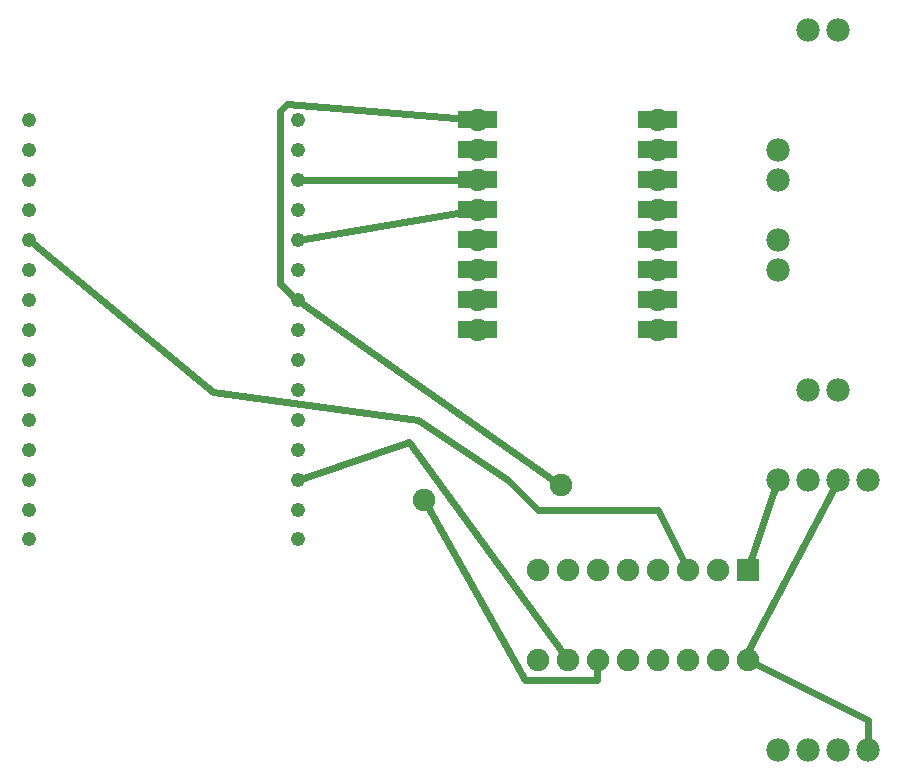
<source format=gtl>
G04 MADE WITH FRITZING*
G04 WWW.FRITZING.ORG*
G04 DOUBLE SIDED*
G04 HOLES PLATED*
G04 CONTOUR ON CENTER OF CONTOUR VECTOR*
%ASAXBY*%
%FSLAX23Y23*%
%MOIN*%
%OFA0B0*%
%SFA1.0B1.0*%
%ADD10C,0.075000*%
%ADD11C,0.078000*%
%ADD12C,0.074000*%
%ADD13C,0.047859*%
%ADD14C,0.075433*%
%ADD15R,0.075000X0.075000*%
%ADD16C,0.024000*%
%ADD17R,0.001000X0.001000*%
%LNCOPPER1*%
G90*
G70*
G54D10*
X2748Y710D03*
X2748Y410D03*
X2648Y710D03*
X2648Y410D03*
X2548Y710D03*
X2548Y410D03*
X2448Y710D03*
X2448Y410D03*
X2348Y710D03*
X2348Y410D03*
X2248Y710D03*
X2248Y410D03*
X2148Y710D03*
X2148Y410D03*
X2048Y710D03*
X2048Y410D03*
G54D11*
X3048Y1310D03*
X2948Y1310D03*
G54D12*
X2448Y2210D03*
X2448Y2110D03*
X2448Y2010D03*
X2448Y1910D03*
X2448Y1810D03*
X2448Y1710D03*
X2448Y1610D03*
X2448Y1510D03*
X1848Y1510D03*
X1848Y1610D03*
X1848Y1710D03*
X1848Y1810D03*
X1848Y1910D03*
X1848Y2010D03*
X1848Y2110D03*
X1848Y2210D03*
G54D13*
X1248Y2009D03*
X351Y2208D03*
X351Y2109D03*
X351Y2009D03*
X351Y1909D03*
X351Y1809D03*
X1248Y2109D03*
X1248Y2208D03*
X1248Y1909D03*
X351Y1709D03*
X351Y1609D03*
X351Y1510D03*
X351Y1410D03*
X351Y1310D03*
X351Y1210D03*
X351Y1110D03*
X351Y1010D03*
X351Y910D03*
X351Y811D03*
X1248Y1510D03*
X1248Y1410D03*
X1248Y1310D03*
X1248Y1210D03*
X1248Y1110D03*
X1248Y1010D03*
X1248Y910D03*
X1248Y811D03*
X1248Y1809D03*
X1248Y1709D03*
X1248Y1609D03*
G54D11*
X2848Y2110D03*
X2848Y2010D03*
X2848Y1810D03*
X2848Y1710D03*
X3048Y2510D03*
X2948Y2510D03*
X2948Y110D03*
X2848Y110D03*
X3048Y110D03*
X3148Y110D03*
X3148Y1010D03*
X3048Y1010D03*
X2948Y1010D03*
X2848Y1010D03*
G54D14*
X1668Y944D03*
X2124Y992D03*
G54D15*
X2748Y710D03*
G54D16*
X2048Y910D02*
X1948Y1010D01*
D02*
X2536Y735D02*
X2448Y910D01*
D02*
X2448Y910D02*
X2048Y910D01*
D02*
X1948Y1010D02*
X1648Y1210D01*
D02*
X967Y1302D02*
X368Y1795D01*
D02*
X1648Y1210D02*
X967Y1302D01*
D02*
X3148Y210D02*
X2774Y397D01*
D02*
X3148Y140D02*
X3148Y210D01*
D02*
X1271Y2009D02*
X1817Y2010D01*
D02*
X2757Y737D02*
X2839Y981D01*
D02*
X1270Y1813D02*
X1818Y1905D01*
D02*
X2132Y433D02*
X1620Y1136D01*
X1620Y1136D02*
X1270Y1017D01*
D02*
X2247Y381D02*
X2244Y344D01*
X2244Y344D02*
X2004Y344D01*
X2004Y344D02*
X1682Y919D01*
D02*
X2748Y438D02*
X2748Y440D01*
X2748Y440D02*
X3034Y983D01*
D02*
X1267Y1597D02*
X2100Y1009D01*
D02*
X1817Y2212D02*
X1212Y2264D01*
X1212Y2264D02*
X1188Y2240D01*
X1188Y2240D02*
X1188Y1664D01*
X1188Y1664D02*
X1232Y1624D01*
G54D17*
X1783Y2239D02*
X1842Y2239D01*
X1854Y2239D02*
X1913Y2239D01*
X2383Y2239D02*
X2442Y2239D01*
X2454Y2239D02*
X2513Y2239D01*
X1783Y2238D02*
X1840Y2238D01*
X1856Y2238D02*
X1913Y2238D01*
X2383Y2238D02*
X2440Y2238D01*
X2456Y2238D02*
X2513Y2238D01*
X1783Y2237D02*
X1837Y2237D01*
X1859Y2237D02*
X1913Y2237D01*
X2383Y2237D02*
X2437Y2237D01*
X2459Y2237D02*
X2513Y2237D01*
X1783Y2236D02*
X1835Y2236D01*
X1861Y2236D02*
X1913Y2236D01*
X2383Y2236D02*
X2435Y2236D01*
X2461Y2236D02*
X2513Y2236D01*
X1783Y2235D02*
X1833Y2235D01*
X1863Y2235D02*
X1913Y2235D01*
X2383Y2235D02*
X2433Y2235D01*
X2463Y2235D02*
X2513Y2235D01*
X1783Y2234D02*
X1831Y2234D01*
X1865Y2234D02*
X1913Y2234D01*
X2383Y2234D02*
X2431Y2234D01*
X2465Y2234D02*
X2513Y2234D01*
X1783Y2233D02*
X1830Y2233D01*
X1866Y2233D02*
X1913Y2233D01*
X2383Y2233D02*
X2430Y2233D01*
X2466Y2233D02*
X2513Y2233D01*
X1783Y2232D02*
X1829Y2232D01*
X1867Y2232D02*
X1913Y2232D01*
X2383Y2232D02*
X2429Y2232D01*
X2467Y2232D02*
X2513Y2232D01*
X1783Y2231D02*
X1828Y2231D01*
X1868Y2231D02*
X1913Y2231D01*
X2383Y2231D02*
X2428Y2231D01*
X2468Y2231D02*
X2513Y2231D01*
X1783Y2230D02*
X1827Y2230D01*
X1869Y2230D02*
X1913Y2230D01*
X2383Y2230D02*
X2427Y2230D01*
X2469Y2230D02*
X2513Y2230D01*
X1783Y2229D02*
X1826Y2229D01*
X1870Y2229D02*
X1913Y2229D01*
X2383Y2229D02*
X2426Y2229D01*
X2470Y2229D02*
X2513Y2229D01*
X1783Y2228D02*
X1825Y2228D01*
X1871Y2228D02*
X1913Y2228D01*
X2383Y2228D02*
X2425Y2228D01*
X2471Y2228D02*
X2513Y2228D01*
X1783Y2227D02*
X1824Y2227D01*
X1872Y2227D02*
X1913Y2227D01*
X2383Y2227D02*
X2424Y2227D01*
X2472Y2227D02*
X2513Y2227D01*
X1783Y2226D02*
X1823Y2226D01*
X1872Y2226D02*
X1913Y2226D01*
X2383Y2226D02*
X2423Y2226D01*
X2472Y2226D02*
X2513Y2226D01*
X1783Y2225D02*
X1823Y2225D01*
X1873Y2225D02*
X1913Y2225D01*
X2383Y2225D02*
X2423Y2225D01*
X2473Y2225D02*
X2513Y2225D01*
X1783Y2224D02*
X1822Y2224D01*
X1874Y2224D02*
X1913Y2224D01*
X2383Y2224D02*
X2422Y2224D01*
X2474Y2224D02*
X2513Y2224D01*
X1783Y2223D02*
X1822Y2223D01*
X1874Y2223D02*
X1913Y2223D01*
X2383Y2223D02*
X2422Y2223D01*
X2474Y2223D02*
X2513Y2223D01*
X1783Y2222D02*
X1821Y2222D01*
X1875Y2222D02*
X1913Y2222D01*
X2383Y2222D02*
X2421Y2222D01*
X2475Y2222D02*
X2513Y2222D01*
X1783Y2221D02*
X1821Y2221D01*
X1875Y2221D02*
X1913Y2221D01*
X2383Y2221D02*
X2421Y2221D01*
X2475Y2221D02*
X2513Y2221D01*
X1783Y2220D02*
X1821Y2220D01*
X1875Y2220D02*
X1913Y2220D01*
X2383Y2220D02*
X2421Y2220D01*
X2475Y2220D02*
X2513Y2220D01*
X1783Y2219D02*
X1820Y2219D01*
X1876Y2219D02*
X1913Y2219D01*
X2383Y2219D02*
X2420Y2219D01*
X2476Y2219D02*
X2513Y2219D01*
X1783Y2218D02*
X1820Y2218D01*
X1876Y2218D02*
X1913Y2218D01*
X2383Y2218D02*
X2420Y2218D01*
X2476Y2218D02*
X2513Y2218D01*
X1783Y2217D02*
X1820Y2217D01*
X1876Y2217D02*
X1913Y2217D01*
X2383Y2217D02*
X2420Y2217D01*
X2476Y2217D02*
X2513Y2217D01*
X1783Y2216D02*
X1819Y2216D01*
X1876Y2216D02*
X1913Y2216D01*
X2383Y2216D02*
X2419Y2216D01*
X2476Y2216D02*
X2513Y2216D01*
X1783Y2215D02*
X1819Y2215D01*
X1877Y2215D02*
X1913Y2215D01*
X2383Y2215D02*
X2419Y2215D01*
X2477Y2215D02*
X2513Y2215D01*
X1783Y2214D02*
X1819Y2214D01*
X1877Y2214D02*
X1913Y2214D01*
X2383Y2214D02*
X2419Y2214D01*
X2477Y2214D02*
X2513Y2214D01*
X1783Y2213D02*
X1819Y2213D01*
X1877Y2213D02*
X1913Y2213D01*
X2383Y2213D02*
X2419Y2213D01*
X2477Y2213D02*
X2513Y2213D01*
X1783Y2212D02*
X1819Y2212D01*
X1877Y2212D02*
X1913Y2212D01*
X2383Y2212D02*
X2419Y2212D01*
X2477Y2212D02*
X2513Y2212D01*
X1783Y2211D02*
X1819Y2211D01*
X1877Y2211D02*
X1913Y2211D01*
X2383Y2211D02*
X2419Y2211D01*
X2477Y2211D02*
X2513Y2211D01*
X1783Y2210D02*
X1819Y2210D01*
X1877Y2210D02*
X1913Y2210D01*
X2383Y2210D02*
X2419Y2210D01*
X2477Y2210D02*
X2513Y2210D01*
X1783Y2209D02*
X1819Y2209D01*
X1877Y2209D02*
X1913Y2209D01*
X2383Y2209D02*
X2419Y2209D01*
X2477Y2209D02*
X2513Y2209D01*
X1783Y2208D02*
X1819Y2208D01*
X1877Y2208D02*
X1913Y2208D01*
X2383Y2208D02*
X2419Y2208D01*
X2477Y2208D02*
X2513Y2208D01*
X1783Y2207D02*
X1819Y2207D01*
X1877Y2207D02*
X1913Y2207D01*
X2383Y2207D02*
X2419Y2207D01*
X2477Y2207D02*
X2513Y2207D01*
X1783Y2206D02*
X1819Y2206D01*
X1877Y2206D02*
X1913Y2206D01*
X2383Y2206D02*
X2419Y2206D01*
X2477Y2206D02*
X2513Y2206D01*
X1783Y2205D02*
X1820Y2205D01*
X1876Y2205D02*
X1913Y2205D01*
X2383Y2205D02*
X2420Y2205D01*
X2476Y2205D02*
X2513Y2205D01*
X1783Y2204D02*
X1820Y2204D01*
X1876Y2204D02*
X1913Y2204D01*
X2383Y2204D02*
X2420Y2204D01*
X2476Y2204D02*
X2513Y2204D01*
X1783Y2203D02*
X1820Y2203D01*
X1876Y2203D02*
X1913Y2203D01*
X2383Y2203D02*
X2420Y2203D01*
X2476Y2203D02*
X2513Y2203D01*
X1783Y2202D02*
X1820Y2202D01*
X1876Y2202D02*
X1913Y2202D01*
X2383Y2202D02*
X2420Y2202D01*
X2476Y2202D02*
X2513Y2202D01*
X1783Y2201D02*
X1821Y2201D01*
X1875Y2201D02*
X1913Y2201D01*
X2383Y2201D02*
X2421Y2201D01*
X2475Y2201D02*
X2513Y2201D01*
X1783Y2200D02*
X1821Y2200D01*
X1875Y2200D02*
X1913Y2200D01*
X2383Y2200D02*
X2421Y2200D01*
X2475Y2200D02*
X2513Y2200D01*
X1783Y2199D02*
X1821Y2199D01*
X1874Y2199D02*
X1913Y2199D01*
X2383Y2199D02*
X2421Y2199D01*
X2474Y2199D02*
X2513Y2199D01*
X1783Y2198D02*
X1822Y2198D01*
X1874Y2198D02*
X1913Y2198D01*
X2383Y2198D02*
X2422Y2198D01*
X2474Y2198D02*
X2513Y2198D01*
X1783Y2197D02*
X1822Y2197D01*
X1873Y2197D02*
X1913Y2197D01*
X2383Y2197D02*
X2422Y2197D01*
X2473Y2197D02*
X2513Y2197D01*
X1783Y2196D02*
X1823Y2196D01*
X1873Y2196D02*
X1913Y2196D01*
X2383Y2196D02*
X2423Y2196D01*
X2473Y2196D02*
X2513Y2196D01*
X1783Y2195D02*
X1824Y2195D01*
X1872Y2195D02*
X1913Y2195D01*
X2383Y2195D02*
X2424Y2195D01*
X2472Y2195D02*
X2513Y2195D01*
X1783Y2194D02*
X1824Y2194D01*
X1872Y2194D02*
X1913Y2194D01*
X2383Y2194D02*
X2424Y2194D01*
X2472Y2194D02*
X2513Y2194D01*
X1783Y2193D02*
X1825Y2193D01*
X1871Y2193D02*
X1913Y2193D01*
X2383Y2193D02*
X2425Y2193D01*
X2471Y2193D02*
X2513Y2193D01*
X1783Y2192D02*
X1826Y2192D01*
X1870Y2192D02*
X1913Y2192D01*
X2383Y2192D02*
X2426Y2192D01*
X2470Y2192D02*
X2513Y2192D01*
X1783Y2191D02*
X1827Y2191D01*
X1869Y2191D02*
X1913Y2191D01*
X2383Y2191D02*
X2427Y2191D01*
X2469Y2191D02*
X2513Y2191D01*
X1783Y2190D02*
X1828Y2190D01*
X1868Y2190D02*
X1913Y2190D01*
X2383Y2190D02*
X2428Y2190D01*
X2468Y2190D02*
X2513Y2190D01*
X1783Y2189D02*
X1829Y2189D01*
X1867Y2189D02*
X1913Y2189D01*
X2383Y2189D02*
X2429Y2189D01*
X2467Y2189D02*
X2513Y2189D01*
X1783Y2188D02*
X1830Y2188D01*
X1866Y2188D02*
X1913Y2188D01*
X2383Y2188D02*
X2430Y2188D01*
X2466Y2188D02*
X2513Y2188D01*
X1783Y2187D02*
X1831Y2187D01*
X1864Y2187D02*
X1913Y2187D01*
X2383Y2187D02*
X2431Y2187D01*
X2464Y2187D02*
X2513Y2187D01*
X1783Y2186D02*
X1833Y2186D01*
X1863Y2186D02*
X1913Y2186D01*
X2383Y2186D02*
X2433Y2186D01*
X2463Y2186D02*
X2513Y2186D01*
X1783Y2185D02*
X1835Y2185D01*
X1861Y2185D02*
X1913Y2185D01*
X2383Y2185D02*
X2435Y2185D01*
X2461Y2185D02*
X2513Y2185D01*
X1783Y2184D02*
X1837Y2184D01*
X1859Y2184D02*
X1913Y2184D01*
X2383Y2184D02*
X2437Y2184D01*
X2459Y2184D02*
X2513Y2184D01*
X1783Y2183D02*
X1840Y2183D01*
X1855Y2183D02*
X1913Y2183D01*
X2383Y2183D02*
X2440Y2183D01*
X2455Y2183D02*
X2513Y2183D01*
X1783Y2139D02*
X1842Y2139D01*
X1854Y2139D02*
X1913Y2139D01*
X2383Y2139D02*
X2442Y2139D01*
X2454Y2139D02*
X2513Y2139D01*
X1783Y2138D02*
X1840Y2138D01*
X1856Y2138D02*
X1913Y2138D01*
X2383Y2138D02*
X2440Y2138D01*
X2456Y2138D02*
X2513Y2138D01*
X1783Y2137D02*
X1837Y2137D01*
X1859Y2137D02*
X1913Y2137D01*
X2383Y2137D02*
X2437Y2137D01*
X2459Y2137D02*
X2513Y2137D01*
X1783Y2136D02*
X1835Y2136D01*
X1861Y2136D02*
X1913Y2136D01*
X2383Y2136D02*
X2435Y2136D01*
X2461Y2136D02*
X2513Y2136D01*
X1783Y2135D02*
X1833Y2135D01*
X1863Y2135D02*
X1913Y2135D01*
X2383Y2135D02*
X2433Y2135D01*
X2463Y2135D02*
X2513Y2135D01*
X1783Y2134D02*
X1831Y2134D01*
X1865Y2134D02*
X1913Y2134D01*
X2383Y2134D02*
X2431Y2134D01*
X2465Y2134D02*
X2513Y2134D01*
X1783Y2133D02*
X1830Y2133D01*
X1866Y2133D02*
X1913Y2133D01*
X2383Y2133D02*
X2430Y2133D01*
X2466Y2133D02*
X2513Y2133D01*
X1783Y2132D02*
X1829Y2132D01*
X1867Y2132D02*
X1913Y2132D01*
X2383Y2132D02*
X2429Y2132D01*
X2467Y2132D02*
X2513Y2132D01*
X1783Y2131D02*
X1828Y2131D01*
X1868Y2131D02*
X1913Y2131D01*
X2383Y2131D02*
X2428Y2131D01*
X2468Y2131D02*
X2513Y2131D01*
X1783Y2130D02*
X1827Y2130D01*
X1869Y2130D02*
X1913Y2130D01*
X2383Y2130D02*
X2427Y2130D01*
X2469Y2130D02*
X2513Y2130D01*
X1783Y2129D02*
X1826Y2129D01*
X1870Y2129D02*
X1913Y2129D01*
X2383Y2129D02*
X2426Y2129D01*
X2470Y2129D02*
X2513Y2129D01*
X1783Y2128D02*
X1825Y2128D01*
X1871Y2128D02*
X1913Y2128D01*
X2383Y2128D02*
X2425Y2128D01*
X2471Y2128D02*
X2513Y2128D01*
X1783Y2127D02*
X1824Y2127D01*
X1872Y2127D02*
X1913Y2127D01*
X2383Y2127D02*
X2424Y2127D01*
X2472Y2127D02*
X2513Y2127D01*
X1783Y2126D02*
X1823Y2126D01*
X1872Y2126D02*
X1913Y2126D01*
X2383Y2126D02*
X2423Y2126D01*
X2472Y2126D02*
X2513Y2126D01*
X1783Y2125D02*
X1823Y2125D01*
X1873Y2125D02*
X1913Y2125D01*
X2383Y2125D02*
X2423Y2125D01*
X2473Y2125D02*
X2513Y2125D01*
X1783Y2124D02*
X1822Y2124D01*
X1874Y2124D02*
X1913Y2124D01*
X2383Y2124D02*
X2422Y2124D01*
X2474Y2124D02*
X2513Y2124D01*
X1783Y2123D02*
X1822Y2123D01*
X1874Y2123D02*
X1913Y2123D01*
X2383Y2123D02*
X2422Y2123D01*
X2474Y2123D02*
X2513Y2123D01*
X1783Y2122D02*
X1821Y2122D01*
X1875Y2122D02*
X1913Y2122D01*
X2383Y2122D02*
X2421Y2122D01*
X2475Y2122D02*
X2513Y2122D01*
X1783Y2121D02*
X1821Y2121D01*
X1875Y2121D02*
X1913Y2121D01*
X2383Y2121D02*
X2421Y2121D01*
X2475Y2121D02*
X2513Y2121D01*
X1783Y2120D02*
X1821Y2120D01*
X1875Y2120D02*
X1913Y2120D01*
X2383Y2120D02*
X2421Y2120D01*
X2475Y2120D02*
X2513Y2120D01*
X1783Y2119D02*
X1820Y2119D01*
X1876Y2119D02*
X1913Y2119D01*
X2383Y2119D02*
X2420Y2119D01*
X2476Y2119D02*
X2513Y2119D01*
X1783Y2118D02*
X1820Y2118D01*
X1876Y2118D02*
X1913Y2118D01*
X2383Y2118D02*
X2420Y2118D01*
X2476Y2118D02*
X2513Y2118D01*
X1783Y2117D02*
X1820Y2117D01*
X1876Y2117D02*
X1913Y2117D01*
X2383Y2117D02*
X2420Y2117D01*
X2476Y2117D02*
X2513Y2117D01*
X1783Y2116D02*
X1819Y2116D01*
X1876Y2116D02*
X1913Y2116D01*
X2383Y2116D02*
X2419Y2116D01*
X2476Y2116D02*
X2513Y2116D01*
X1783Y2115D02*
X1819Y2115D01*
X1877Y2115D02*
X1913Y2115D01*
X2383Y2115D02*
X2419Y2115D01*
X2477Y2115D02*
X2513Y2115D01*
X1783Y2114D02*
X1819Y2114D01*
X1877Y2114D02*
X1913Y2114D01*
X2383Y2114D02*
X2419Y2114D01*
X2477Y2114D02*
X2513Y2114D01*
X1783Y2113D02*
X1819Y2113D01*
X1877Y2113D02*
X1913Y2113D01*
X2383Y2113D02*
X2419Y2113D01*
X2477Y2113D02*
X2513Y2113D01*
X1783Y2112D02*
X1819Y2112D01*
X1877Y2112D02*
X1913Y2112D01*
X2383Y2112D02*
X2419Y2112D01*
X2477Y2112D02*
X2513Y2112D01*
X1783Y2111D02*
X1819Y2111D01*
X1877Y2111D02*
X1913Y2111D01*
X2383Y2111D02*
X2419Y2111D01*
X2477Y2111D02*
X2513Y2111D01*
X1783Y2110D02*
X1819Y2110D01*
X1877Y2110D02*
X1913Y2110D01*
X2383Y2110D02*
X2419Y2110D01*
X2477Y2110D02*
X2513Y2110D01*
X1783Y2109D02*
X1819Y2109D01*
X1877Y2109D02*
X1913Y2109D01*
X2383Y2109D02*
X2419Y2109D01*
X2477Y2109D02*
X2513Y2109D01*
X1783Y2108D02*
X1819Y2108D01*
X1877Y2108D02*
X1913Y2108D01*
X2383Y2108D02*
X2419Y2108D01*
X2477Y2108D02*
X2513Y2108D01*
X1783Y2107D02*
X1819Y2107D01*
X1877Y2107D02*
X1913Y2107D01*
X2383Y2107D02*
X2419Y2107D01*
X2477Y2107D02*
X2513Y2107D01*
X1783Y2106D02*
X1819Y2106D01*
X1877Y2106D02*
X1913Y2106D01*
X2383Y2106D02*
X2419Y2106D01*
X2477Y2106D02*
X2513Y2106D01*
X1783Y2105D02*
X1820Y2105D01*
X1876Y2105D02*
X1913Y2105D01*
X2383Y2105D02*
X2420Y2105D01*
X2476Y2105D02*
X2513Y2105D01*
X1783Y2104D02*
X1820Y2104D01*
X1876Y2104D02*
X1913Y2104D01*
X2383Y2104D02*
X2420Y2104D01*
X2476Y2104D02*
X2513Y2104D01*
X1783Y2103D02*
X1820Y2103D01*
X1876Y2103D02*
X1913Y2103D01*
X2383Y2103D02*
X2420Y2103D01*
X2476Y2103D02*
X2513Y2103D01*
X1783Y2102D02*
X1820Y2102D01*
X1876Y2102D02*
X1913Y2102D01*
X2383Y2102D02*
X2420Y2102D01*
X2476Y2102D02*
X2513Y2102D01*
X1783Y2101D02*
X1821Y2101D01*
X1875Y2101D02*
X1913Y2101D01*
X2383Y2101D02*
X2421Y2101D01*
X2475Y2101D02*
X2513Y2101D01*
X1783Y2100D02*
X1821Y2100D01*
X1875Y2100D02*
X1913Y2100D01*
X2383Y2100D02*
X2421Y2100D01*
X2475Y2100D02*
X2513Y2100D01*
X1783Y2099D02*
X1821Y2099D01*
X1874Y2099D02*
X1913Y2099D01*
X2383Y2099D02*
X2421Y2099D01*
X2474Y2099D02*
X2513Y2099D01*
X1783Y2098D02*
X1822Y2098D01*
X1874Y2098D02*
X1913Y2098D01*
X2383Y2098D02*
X2422Y2098D01*
X2474Y2098D02*
X2513Y2098D01*
X1783Y2097D02*
X1822Y2097D01*
X1873Y2097D02*
X1913Y2097D01*
X2383Y2097D02*
X2422Y2097D01*
X2473Y2097D02*
X2513Y2097D01*
X1783Y2096D02*
X1823Y2096D01*
X1873Y2096D02*
X1913Y2096D01*
X2383Y2096D02*
X2423Y2096D01*
X2473Y2096D02*
X2513Y2096D01*
X1783Y2095D02*
X1824Y2095D01*
X1872Y2095D02*
X1913Y2095D01*
X2383Y2095D02*
X2424Y2095D01*
X2472Y2095D02*
X2513Y2095D01*
X1783Y2094D02*
X1824Y2094D01*
X1871Y2094D02*
X1913Y2094D01*
X2383Y2094D02*
X2424Y2094D01*
X2471Y2094D02*
X2513Y2094D01*
X1783Y2093D02*
X1825Y2093D01*
X1871Y2093D02*
X1913Y2093D01*
X2383Y2093D02*
X2425Y2093D01*
X2471Y2093D02*
X2513Y2093D01*
X1783Y2092D02*
X1826Y2092D01*
X1870Y2092D02*
X1913Y2092D01*
X2383Y2092D02*
X2426Y2092D01*
X2470Y2092D02*
X2513Y2092D01*
X1783Y2091D02*
X1827Y2091D01*
X1869Y2091D02*
X1913Y2091D01*
X2383Y2091D02*
X2427Y2091D01*
X2469Y2091D02*
X2513Y2091D01*
X1783Y2090D02*
X1828Y2090D01*
X1868Y2090D02*
X1913Y2090D01*
X2383Y2090D02*
X2428Y2090D01*
X2468Y2090D02*
X2513Y2090D01*
X1783Y2089D02*
X1829Y2089D01*
X1867Y2089D02*
X1913Y2089D01*
X2383Y2089D02*
X2429Y2089D01*
X2467Y2089D02*
X2513Y2089D01*
X1783Y2088D02*
X1830Y2088D01*
X1866Y2088D02*
X1913Y2088D01*
X2383Y2088D02*
X2430Y2088D01*
X2466Y2088D02*
X2513Y2088D01*
X1783Y2087D02*
X1832Y2087D01*
X1864Y2087D02*
X1913Y2087D01*
X2383Y2087D02*
X2432Y2087D01*
X2464Y2087D02*
X2513Y2087D01*
X1783Y2086D02*
X1833Y2086D01*
X1863Y2086D02*
X1913Y2086D01*
X2383Y2086D02*
X2433Y2086D01*
X2463Y2086D02*
X2513Y2086D01*
X1783Y2085D02*
X1835Y2085D01*
X1861Y2085D02*
X1913Y2085D01*
X2383Y2085D02*
X2435Y2085D01*
X2461Y2085D02*
X2513Y2085D01*
X1783Y2084D02*
X1837Y2084D01*
X1859Y2084D02*
X1913Y2084D01*
X2383Y2084D02*
X2437Y2084D01*
X2459Y2084D02*
X2513Y2084D01*
X1783Y2083D02*
X1841Y2083D01*
X1855Y2083D02*
X1913Y2083D01*
X2383Y2083D02*
X2441Y2083D01*
X2455Y2083D02*
X2513Y2083D01*
X1783Y2039D02*
X1842Y2039D01*
X1854Y2039D02*
X1913Y2039D01*
X2383Y2039D02*
X2442Y2039D01*
X2454Y2039D02*
X2513Y2039D01*
X1783Y2038D02*
X1840Y2038D01*
X1856Y2038D02*
X1913Y2038D01*
X2383Y2038D02*
X2440Y2038D01*
X2456Y2038D02*
X2513Y2038D01*
X1783Y2037D02*
X1837Y2037D01*
X1859Y2037D02*
X1913Y2037D01*
X2383Y2037D02*
X2437Y2037D01*
X2459Y2037D02*
X2513Y2037D01*
X1783Y2036D02*
X1834Y2036D01*
X1861Y2036D02*
X1913Y2036D01*
X2383Y2036D02*
X2434Y2036D01*
X2461Y2036D02*
X2513Y2036D01*
X1783Y2035D02*
X1833Y2035D01*
X1863Y2035D02*
X1913Y2035D01*
X2383Y2035D02*
X2433Y2035D01*
X2463Y2035D02*
X2513Y2035D01*
X1783Y2034D02*
X1831Y2034D01*
X1865Y2034D02*
X1913Y2034D01*
X2383Y2034D02*
X2431Y2034D01*
X2465Y2034D02*
X2513Y2034D01*
X1783Y2033D02*
X1830Y2033D01*
X1866Y2033D02*
X1913Y2033D01*
X2383Y2033D02*
X2430Y2033D01*
X2466Y2033D02*
X2513Y2033D01*
X1783Y2032D02*
X1829Y2032D01*
X1867Y2032D02*
X1913Y2032D01*
X2383Y2032D02*
X2429Y2032D01*
X2467Y2032D02*
X2513Y2032D01*
X1783Y2031D02*
X1828Y2031D01*
X1868Y2031D02*
X1913Y2031D01*
X2383Y2031D02*
X2428Y2031D01*
X2468Y2031D02*
X2513Y2031D01*
X1783Y2030D02*
X1827Y2030D01*
X1869Y2030D02*
X1913Y2030D01*
X2383Y2030D02*
X2427Y2030D01*
X2469Y2030D02*
X2513Y2030D01*
X1783Y2029D02*
X1826Y2029D01*
X1870Y2029D02*
X1913Y2029D01*
X2383Y2029D02*
X2426Y2029D01*
X2470Y2029D02*
X2513Y2029D01*
X1783Y2028D02*
X1825Y2028D01*
X1871Y2028D02*
X1913Y2028D01*
X2383Y2028D02*
X2425Y2028D01*
X2471Y2028D02*
X2513Y2028D01*
X1783Y2027D02*
X1824Y2027D01*
X1872Y2027D02*
X1913Y2027D01*
X2383Y2027D02*
X2424Y2027D01*
X2472Y2027D02*
X2513Y2027D01*
X1783Y2026D02*
X1823Y2026D01*
X1872Y2026D02*
X1913Y2026D01*
X2383Y2026D02*
X2423Y2026D01*
X2472Y2026D02*
X2513Y2026D01*
X1783Y2025D02*
X1823Y2025D01*
X1873Y2025D02*
X1913Y2025D01*
X2383Y2025D02*
X2423Y2025D01*
X2473Y2025D02*
X2513Y2025D01*
X1783Y2024D02*
X1822Y2024D01*
X1874Y2024D02*
X1913Y2024D01*
X2383Y2024D02*
X2422Y2024D01*
X2474Y2024D02*
X2513Y2024D01*
X1783Y2023D02*
X1822Y2023D01*
X1874Y2023D02*
X1913Y2023D01*
X2383Y2023D02*
X2422Y2023D01*
X2474Y2023D02*
X2513Y2023D01*
X1783Y2022D02*
X1821Y2022D01*
X1875Y2022D02*
X1913Y2022D01*
X2383Y2022D02*
X2421Y2022D01*
X2475Y2022D02*
X2513Y2022D01*
X1783Y2021D02*
X1821Y2021D01*
X1875Y2021D02*
X1913Y2021D01*
X2383Y2021D02*
X2421Y2021D01*
X2475Y2021D02*
X2513Y2021D01*
X1783Y2020D02*
X1821Y2020D01*
X1875Y2020D02*
X1913Y2020D01*
X2383Y2020D02*
X2421Y2020D01*
X2475Y2020D02*
X2513Y2020D01*
X1783Y2019D02*
X1820Y2019D01*
X1876Y2019D02*
X1913Y2019D01*
X2383Y2019D02*
X2420Y2019D01*
X2476Y2019D02*
X2513Y2019D01*
X1783Y2018D02*
X1820Y2018D01*
X1876Y2018D02*
X1913Y2018D01*
X2383Y2018D02*
X2420Y2018D01*
X2476Y2018D02*
X2513Y2018D01*
X1783Y2017D02*
X1820Y2017D01*
X1876Y2017D02*
X1913Y2017D01*
X2383Y2017D02*
X2420Y2017D01*
X2476Y2017D02*
X2513Y2017D01*
X1783Y2016D02*
X1819Y2016D01*
X1876Y2016D02*
X1913Y2016D01*
X2383Y2016D02*
X2419Y2016D01*
X2476Y2016D02*
X2513Y2016D01*
X1783Y2015D02*
X1819Y2015D01*
X1877Y2015D02*
X1913Y2015D01*
X2383Y2015D02*
X2419Y2015D01*
X2477Y2015D02*
X2513Y2015D01*
X1783Y2014D02*
X1819Y2014D01*
X1877Y2014D02*
X1913Y2014D01*
X2383Y2014D02*
X2419Y2014D01*
X2477Y2014D02*
X2513Y2014D01*
X1783Y2013D02*
X1819Y2013D01*
X1877Y2013D02*
X1913Y2013D01*
X2383Y2013D02*
X2419Y2013D01*
X2477Y2013D02*
X2513Y2013D01*
X1783Y2012D02*
X1819Y2012D01*
X1877Y2012D02*
X1913Y2012D01*
X2383Y2012D02*
X2419Y2012D01*
X2477Y2012D02*
X2513Y2012D01*
X1783Y2011D02*
X1819Y2011D01*
X1877Y2011D02*
X1913Y2011D01*
X2383Y2011D02*
X2419Y2011D01*
X2477Y2011D02*
X2513Y2011D01*
X1783Y2010D02*
X1819Y2010D01*
X1877Y2010D02*
X1913Y2010D01*
X2383Y2010D02*
X2419Y2010D01*
X2477Y2010D02*
X2513Y2010D01*
X1783Y2009D02*
X1819Y2009D01*
X1877Y2009D02*
X1913Y2009D01*
X2383Y2009D02*
X2419Y2009D01*
X2477Y2009D02*
X2513Y2009D01*
X1783Y2008D02*
X1819Y2008D01*
X1877Y2008D02*
X1913Y2008D01*
X2383Y2008D02*
X2419Y2008D01*
X2477Y2008D02*
X2513Y2008D01*
X1783Y2007D02*
X1819Y2007D01*
X1877Y2007D02*
X1913Y2007D01*
X2383Y2007D02*
X2419Y2007D01*
X2477Y2007D02*
X2513Y2007D01*
X1783Y2006D02*
X1819Y2006D01*
X1877Y2006D02*
X1913Y2006D01*
X2383Y2006D02*
X2419Y2006D01*
X2477Y2006D02*
X2513Y2006D01*
X1783Y2005D02*
X1820Y2005D01*
X1876Y2005D02*
X1913Y2005D01*
X2383Y2005D02*
X2420Y2005D01*
X2476Y2005D02*
X2513Y2005D01*
X1783Y2004D02*
X1820Y2004D01*
X1876Y2004D02*
X1913Y2004D01*
X2383Y2004D02*
X2420Y2004D01*
X2476Y2004D02*
X2513Y2004D01*
X1783Y2003D02*
X1820Y2003D01*
X1876Y2003D02*
X1913Y2003D01*
X2383Y2003D02*
X2420Y2003D01*
X2476Y2003D02*
X2513Y2003D01*
X1783Y2002D02*
X1820Y2002D01*
X1876Y2002D02*
X1913Y2002D01*
X2383Y2002D02*
X2420Y2002D01*
X2476Y2002D02*
X2513Y2002D01*
X1783Y2001D02*
X1821Y2001D01*
X1875Y2001D02*
X1913Y2001D01*
X2383Y2001D02*
X2421Y2001D01*
X2475Y2001D02*
X2513Y2001D01*
X1783Y2000D02*
X1821Y2000D01*
X1875Y2000D02*
X1913Y2000D01*
X2383Y2000D02*
X2421Y2000D01*
X2475Y2000D02*
X2513Y2000D01*
X1783Y1999D02*
X1821Y1999D01*
X1874Y1999D02*
X1913Y1999D01*
X2383Y1999D02*
X2421Y1999D01*
X2474Y1999D02*
X2513Y1999D01*
X1783Y1998D02*
X1822Y1998D01*
X1874Y1998D02*
X1913Y1998D01*
X2383Y1998D02*
X2422Y1998D01*
X2474Y1998D02*
X2513Y1998D01*
X1783Y1997D02*
X1822Y1997D01*
X1873Y1997D02*
X1913Y1997D01*
X2383Y1997D02*
X2422Y1997D01*
X2473Y1997D02*
X2513Y1997D01*
X1783Y1996D02*
X1823Y1996D01*
X1873Y1996D02*
X1913Y1996D01*
X2383Y1996D02*
X2423Y1996D01*
X2473Y1996D02*
X2513Y1996D01*
X1783Y1995D02*
X1824Y1995D01*
X1872Y1995D02*
X1913Y1995D01*
X2383Y1995D02*
X2424Y1995D01*
X2472Y1995D02*
X2513Y1995D01*
X1783Y1994D02*
X1824Y1994D01*
X1871Y1994D02*
X1913Y1994D01*
X2383Y1994D02*
X2424Y1994D01*
X2471Y1994D02*
X2513Y1994D01*
X1783Y1993D02*
X1825Y1993D01*
X1871Y1993D02*
X1913Y1993D01*
X2383Y1993D02*
X2425Y1993D01*
X2471Y1993D02*
X2513Y1993D01*
X1783Y1992D02*
X1826Y1992D01*
X1870Y1992D02*
X1913Y1992D01*
X2383Y1992D02*
X2426Y1992D01*
X2470Y1992D02*
X2513Y1992D01*
X1783Y1991D02*
X1827Y1991D01*
X1869Y1991D02*
X1913Y1991D01*
X2383Y1991D02*
X2427Y1991D01*
X2469Y1991D02*
X2513Y1991D01*
X1783Y1990D02*
X1828Y1990D01*
X1868Y1990D02*
X1913Y1990D01*
X2383Y1990D02*
X2428Y1990D01*
X2468Y1990D02*
X2513Y1990D01*
X1783Y1989D02*
X1829Y1989D01*
X1867Y1989D02*
X1913Y1989D01*
X2383Y1989D02*
X2429Y1989D01*
X2467Y1989D02*
X2513Y1989D01*
X1783Y1988D02*
X1830Y1988D01*
X1866Y1988D02*
X1913Y1988D01*
X2383Y1988D02*
X2430Y1988D01*
X2466Y1988D02*
X2513Y1988D01*
X1783Y1987D02*
X1832Y1987D01*
X1864Y1987D02*
X1913Y1987D01*
X2383Y1987D02*
X2432Y1987D01*
X2464Y1987D02*
X2513Y1987D01*
X1783Y1986D02*
X1833Y1986D01*
X1863Y1986D02*
X1913Y1986D01*
X2383Y1986D02*
X2433Y1986D01*
X2463Y1986D02*
X2513Y1986D01*
X1783Y1985D02*
X1835Y1985D01*
X1861Y1985D02*
X1913Y1985D01*
X2383Y1985D02*
X2435Y1985D01*
X2461Y1985D02*
X2513Y1985D01*
X1783Y1984D02*
X1837Y1984D01*
X1858Y1984D02*
X1913Y1984D01*
X2383Y1984D02*
X2437Y1984D01*
X2458Y1984D02*
X2513Y1984D01*
X1783Y1983D02*
X1841Y1983D01*
X1855Y1983D02*
X1913Y1983D01*
X2383Y1983D02*
X2441Y1983D01*
X2455Y1983D02*
X2513Y1983D01*
X1783Y1939D02*
X1842Y1939D01*
X1854Y1939D02*
X1913Y1939D01*
X2383Y1939D02*
X2442Y1939D01*
X2454Y1939D02*
X2513Y1939D01*
X1783Y1938D02*
X1839Y1938D01*
X1857Y1938D02*
X1913Y1938D01*
X2383Y1938D02*
X2439Y1938D01*
X2457Y1938D02*
X2513Y1938D01*
X1783Y1937D02*
X1837Y1937D01*
X1859Y1937D02*
X1913Y1937D01*
X2383Y1937D02*
X2437Y1937D01*
X2459Y1937D02*
X2513Y1937D01*
X1783Y1936D02*
X1834Y1936D01*
X1861Y1936D02*
X1913Y1936D01*
X2383Y1936D02*
X2434Y1936D01*
X2461Y1936D02*
X2513Y1936D01*
X1783Y1935D02*
X1833Y1935D01*
X1863Y1935D02*
X1913Y1935D01*
X2383Y1935D02*
X2433Y1935D01*
X2463Y1935D02*
X2513Y1935D01*
X1783Y1934D02*
X1831Y1934D01*
X1865Y1934D02*
X1913Y1934D01*
X2383Y1934D02*
X2431Y1934D01*
X2465Y1934D02*
X2513Y1934D01*
X1783Y1933D02*
X1830Y1933D01*
X1866Y1933D02*
X1913Y1933D01*
X2383Y1933D02*
X2430Y1933D01*
X2466Y1933D02*
X2513Y1933D01*
X1783Y1932D02*
X1829Y1932D01*
X1867Y1932D02*
X1913Y1932D01*
X2383Y1932D02*
X2429Y1932D01*
X2467Y1932D02*
X2513Y1932D01*
X1783Y1931D02*
X1828Y1931D01*
X1868Y1931D02*
X1913Y1931D01*
X2383Y1931D02*
X2428Y1931D01*
X2468Y1931D02*
X2513Y1931D01*
X1783Y1930D02*
X1827Y1930D01*
X1869Y1930D02*
X1913Y1930D01*
X2383Y1930D02*
X2427Y1930D01*
X2469Y1930D02*
X2513Y1930D01*
X1783Y1929D02*
X1826Y1929D01*
X1870Y1929D02*
X1913Y1929D01*
X2383Y1929D02*
X2426Y1929D01*
X2470Y1929D02*
X2513Y1929D01*
X1783Y1928D02*
X1825Y1928D01*
X1871Y1928D02*
X1913Y1928D01*
X2383Y1928D02*
X2425Y1928D01*
X2471Y1928D02*
X2513Y1928D01*
X1783Y1927D02*
X1824Y1927D01*
X1872Y1927D02*
X1913Y1927D01*
X2383Y1927D02*
X2424Y1927D01*
X2472Y1927D02*
X2513Y1927D01*
X1783Y1926D02*
X1823Y1926D01*
X1872Y1926D02*
X1913Y1926D01*
X2383Y1926D02*
X2423Y1926D01*
X2472Y1926D02*
X2513Y1926D01*
X1783Y1925D02*
X1823Y1925D01*
X1873Y1925D02*
X1913Y1925D01*
X2383Y1925D02*
X2423Y1925D01*
X2473Y1925D02*
X2513Y1925D01*
X1783Y1924D02*
X1822Y1924D01*
X1874Y1924D02*
X1913Y1924D01*
X2383Y1924D02*
X2422Y1924D01*
X2474Y1924D02*
X2513Y1924D01*
X1783Y1923D02*
X1822Y1923D01*
X1874Y1923D02*
X1913Y1923D01*
X2383Y1923D02*
X2422Y1923D01*
X2474Y1923D02*
X2513Y1923D01*
X1783Y1922D02*
X1821Y1922D01*
X1875Y1922D02*
X1913Y1922D01*
X2383Y1922D02*
X2421Y1922D01*
X2475Y1922D02*
X2513Y1922D01*
X1783Y1921D02*
X1821Y1921D01*
X1875Y1921D02*
X1913Y1921D01*
X2383Y1921D02*
X2421Y1921D01*
X2475Y1921D02*
X2513Y1921D01*
X1783Y1920D02*
X1821Y1920D01*
X1875Y1920D02*
X1913Y1920D01*
X2383Y1920D02*
X2421Y1920D01*
X2475Y1920D02*
X2513Y1920D01*
X1783Y1919D02*
X1820Y1919D01*
X1876Y1919D02*
X1913Y1919D01*
X2383Y1919D02*
X2420Y1919D01*
X2476Y1919D02*
X2513Y1919D01*
X1783Y1918D02*
X1820Y1918D01*
X1876Y1918D02*
X1913Y1918D01*
X2383Y1918D02*
X2420Y1918D01*
X2476Y1918D02*
X2513Y1918D01*
X1783Y1917D02*
X1820Y1917D01*
X1876Y1917D02*
X1913Y1917D01*
X2383Y1917D02*
X2420Y1917D01*
X2476Y1917D02*
X2513Y1917D01*
X1783Y1916D02*
X1819Y1916D01*
X1876Y1916D02*
X1913Y1916D01*
X2383Y1916D02*
X2419Y1916D01*
X2476Y1916D02*
X2513Y1916D01*
X1783Y1915D02*
X1819Y1915D01*
X1877Y1915D02*
X1913Y1915D01*
X2383Y1915D02*
X2419Y1915D01*
X2477Y1915D02*
X2513Y1915D01*
X1783Y1914D02*
X1819Y1914D01*
X1877Y1914D02*
X1913Y1914D01*
X2383Y1914D02*
X2419Y1914D01*
X2477Y1914D02*
X2513Y1914D01*
X1783Y1913D02*
X1819Y1913D01*
X1877Y1913D02*
X1913Y1913D01*
X2383Y1913D02*
X2419Y1913D01*
X2477Y1913D02*
X2513Y1913D01*
X1783Y1912D02*
X1819Y1912D01*
X1877Y1912D02*
X1913Y1912D01*
X2383Y1912D02*
X2419Y1912D01*
X2477Y1912D02*
X2513Y1912D01*
X1783Y1911D02*
X1819Y1911D01*
X1877Y1911D02*
X1913Y1911D01*
X2383Y1911D02*
X2419Y1911D01*
X2477Y1911D02*
X2513Y1911D01*
X1783Y1910D02*
X1819Y1910D01*
X1877Y1910D02*
X1913Y1910D01*
X2383Y1910D02*
X2419Y1910D01*
X2477Y1910D02*
X2513Y1910D01*
X1783Y1909D02*
X1819Y1909D01*
X1877Y1909D02*
X1913Y1909D01*
X2383Y1909D02*
X2419Y1909D01*
X2477Y1909D02*
X2513Y1909D01*
X1783Y1908D02*
X1819Y1908D01*
X1877Y1908D02*
X1913Y1908D01*
X2383Y1908D02*
X2419Y1908D01*
X2477Y1908D02*
X2513Y1908D01*
X1783Y1907D02*
X1819Y1907D01*
X1877Y1907D02*
X1913Y1907D01*
X2383Y1907D02*
X2419Y1907D01*
X2477Y1907D02*
X2513Y1907D01*
X1783Y1906D02*
X1819Y1906D01*
X1877Y1906D02*
X1913Y1906D01*
X2383Y1906D02*
X2419Y1906D01*
X2477Y1906D02*
X2513Y1906D01*
X1783Y1905D02*
X1820Y1905D01*
X1876Y1905D02*
X1913Y1905D01*
X2383Y1905D02*
X2420Y1905D01*
X2476Y1905D02*
X2513Y1905D01*
X1783Y1904D02*
X1820Y1904D01*
X1876Y1904D02*
X1913Y1904D01*
X2383Y1904D02*
X2420Y1904D01*
X2476Y1904D02*
X2513Y1904D01*
X1783Y1903D02*
X1820Y1903D01*
X1876Y1903D02*
X1913Y1903D01*
X2383Y1903D02*
X2420Y1903D01*
X2476Y1903D02*
X2513Y1903D01*
X1783Y1902D02*
X1820Y1902D01*
X1876Y1902D02*
X1913Y1902D01*
X2383Y1902D02*
X2420Y1902D01*
X2476Y1902D02*
X2513Y1902D01*
X1783Y1901D02*
X1821Y1901D01*
X1875Y1901D02*
X1913Y1901D01*
X2383Y1901D02*
X2421Y1901D01*
X2475Y1901D02*
X2513Y1901D01*
X1783Y1900D02*
X1821Y1900D01*
X1875Y1900D02*
X1913Y1900D01*
X2383Y1900D02*
X2421Y1900D01*
X2475Y1900D02*
X2513Y1900D01*
X1783Y1899D02*
X1821Y1899D01*
X1874Y1899D02*
X1913Y1899D01*
X2383Y1899D02*
X2421Y1899D01*
X2474Y1899D02*
X2513Y1899D01*
X1783Y1898D02*
X1822Y1898D01*
X1874Y1898D02*
X1913Y1898D01*
X2383Y1898D02*
X2422Y1898D01*
X2474Y1898D02*
X2513Y1898D01*
X1783Y1897D02*
X1822Y1897D01*
X1873Y1897D02*
X1913Y1897D01*
X2383Y1897D02*
X2422Y1897D01*
X2473Y1897D02*
X2513Y1897D01*
X1783Y1896D02*
X1823Y1896D01*
X1873Y1896D02*
X1913Y1896D01*
X2383Y1896D02*
X2423Y1896D01*
X2473Y1896D02*
X2513Y1896D01*
X1783Y1895D02*
X1824Y1895D01*
X1872Y1895D02*
X1913Y1895D01*
X2383Y1895D02*
X2424Y1895D01*
X2472Y1895D02*
X2513Y1895D01*
X1783Y1894D02*
X1824Y1894D01*
X1871Y1894D02*
X1913Y1894D01*
X2383Y1894D02*
X2424Y1894D01*
X2471Y1894D02*
X2513Y1894D01*
X1783Y1893D02*
X1825Y1893D01*
X1871Y1893D02*
X1913Y1893D01*
X2383Y1893D02*
X2425Y1893D01*
X2471Y1893D02*
X2513Y1893D01*
X1783Y1892D02*
X1826Y1892D01*
X1870Y1892D02*
X1913Y1892D01*
X2383Y1892D02*
X2426Y1892D01*
X2470Y1892D02*
X2513Y1892D01*
X1783Y1891D02*
X1827Y1891D01*
X1869Y1891D02*
X1913Y1891D01*
X2383Y1891D02*
X2427Y1891D01*
X2469Y1891D02*
X2513Y1891D01*
X1783Y1890D02*
X1828Y1890D01*
X1868Y1890D02*
X1913Y1890D01*
X2383Y1890D02*
X2428Y1890D01*
X2468Y1890D02*
X2513Y1890D01*
X1783Y1889D02*
X1829Y1889D01*
X1867Y1889D02*
X1913Y1889D01*
X2383Y1889D02*
X2429Y1889D01*
X2467Y1889D02*
X2513Y1889D01*
X1783Y1888D02*
X1830Y1888D01*
X1866Y1888D02*
X1913Y1888D01*
X2383Y1888D02*
X2430Y1888D01*
X2466Y1888D02*
X2513Y1888D01*
X1783Y1887D02*
X1832Y1887D01*
X1864Y1887D02*
X1913Y1887D01*
X2383Y1887D02*
X2432Y1887D01*
X2464Y1887D02*
X2513Y1887D01*
X1783Y1886D02*
X1833Y1886D01*
X1863Y1886D02*
X1913Y1886D01*
X2383Y1886D02*
X2433Y1886D01*
X2463Y1886D02*
X2513Y1886D01*
X1783Y1885D02*
X1835Y1885D01*
X1861Y1885D02*
X1913Y1885D01*
X2383Y1885D02*
X2435Y1885D01*
X2461Y1885D02*
X2513Y1885D01*
X1783Y1884D02*
X1838Y1884D01*
X1858Y1884D02*
X1913Y1884D01*
X2383Y1884D02*
X2438Y1884D01*
X2458Y1884D02*
X2513Y1884D01*
X1783Y1883D02*
X1841Y1883D01*
X1855Y1883D02*
X1913Y1883D01*
X2383Y1883D02*
X2441Y1883D01*
X2455Y1883D02*
X2513Y1883D01*
X1783Y1839D02*
X1842Y1839D01*
X1854Y1839D02*
X1913Y1839D01*
X2383Y1839D02*
X2442Y1839D01*
X2454Y1839D02*
X2513Y1839D01*
X1783Y1838D02*
X1839Y1838D01*
X1857Y1838D02*
X1913Y1838D01*
X2383Y1838D02*
X2439Y1838D01*
X2457Y1838D02*
X2513Y1838D01*
X1783Y1837D02*
X1836Y1837D01*
X1859Y1837D02*
X1913Y1837D01*
X2383Y1837D02*
X2436Y1837D01*
X2459Y1837D02*
X2513Y1837D01*
X1783Y1836D02*
X1834Y1836D01*
X1862Y1836D02*
X1913Y1836D01*
X2383Y1836D02*
X2434Y1836D01*
X2462Y1836D02*
X2513Y1836D01*
X1783Y1835D02*
X1833Y1835D01*
X1863Y1835D02*
X1913Y1835D01*
X2383Y1835D02*
X2433Y1835D01*
X2463Y1835D02*
X2513Y1835D01*
X1783Y1834D02*
X1831Y1834D01*
X1865Y1834D02*
X1913Y1834D01*
X2383Y1834D02*
X2431Y1834D01*
X2465Y1834D02*
X2513Y1834D01*
X1783Y1833D02*
X1830Y1833D01*
X1866Y1833D02*
X1913Y1833D01*
X2383Y1833D02*
X2430Y1833D01*
X2466Y1833D02*
X2513Y1833D01*
X1783Y1832D02*
X1829Y1832D01*
X1867Y1832D02*
X1913Y1832D01*
X2383Y1832D02*
X2429Y1832D01*
X2467Y1832D02*
X2513Y1832D01*
X1783Y1831D02*
X1827Y1831D01*
X1868Y1831D02*
X1913Y1831D01*
X2383Y1831D02*
X2427Y1831D01*
X2468Y1831D02*
X2513Y1831D01*
X1783Y1830D02*
X1827Y1830D01*
X1869Y1830D02*
X1913Y1830D01*
X2383Y1830D02*
X2427Y1830D01*
X2469Y1830D02*
X2513Y1830D01*
X1783Y1829D02*
X1826Y1829D01*
X1870Y1829D02*
X1913Y1829D01*
X2383Y1829D02*
X2426Y1829D01*
X2470Y1829D02*
X2513Y1829D01*
X1783Y1828D02*
X1825Y1828D01*
X1871Y1828D02*
X1913Y1828D01*
X2383Y1828D02*
X2425Y1828D01*
X2471Y1828D02*
X2513Y1828D01*
X1783Y1827D02*
X1824Y1827D01*
X1872Y1827D02*
X1913Y1827D01*
X2383Y1827D02*
X2424Y1827D01*
X2472Y1827D02*
X2513Y1827D01*
X1783Y1826D02*
X1823Y1826D01*
X1872Y1826D02*
X1913Y1826D01*
X2383Y1826D02*
X2423Y1826D01*
X2472Y1826D02*
X2513Y1826D01*
X1783Y1825D02*
X1823Y1825D01*
X1873Y1825D02*
X1913Y1825D01*
X2383Y1825D02*
X2423Y1825D01*
X2473Y1825D02*
X2513Y1825D01*
X1783Y1824D02*
X1822Y1824D01*
X1874Y1824D02*
X1913Y1824D01*
X2383Y1824D02*
X2422Y1824D01*
X2474Y1824D02*
X2513Y1824D01*
X1783Y1823D02*
X1822Y1823D01*
X1874Y1823D02*
X1913Y1823D01*
X2383Y1823D02*
X2422Y1823D01*
X2474Y1823D02*
X2513Y1823D01*
X1783Y1822D02*
X1821Y1822D01*
X1875Y1822D02*
X1913Y1822D01*
X2383Y1822D02*
X2421Y1822D01*
X2475Y1822D02*
X2513Y1822D01*
X1783Y1821D02*
X1821Y1821D01*
X1875Y1821D02*
X1913Y1821D01*
X2383Y1821D02*
X2421Y1821D01*
X2475Y1821D02*
X2513Y1821D01*
X1783Y1820D02*
X1821Y1820D01*
X1875Y1820D02*
X1913Y1820D01*
X2383Y1820D02*
X2421Y1820D01*
X2475Y1820D02*
X2513Y1820D01*
X1783Y1819D02*
X1820Y1819D01*
X1876Y1819D02*
X1913Y1819D01*
X2383Y1819D02*
X2420Y1819D01*
X2476Y1819D02*
X2513Y1819D01*
X1783Y1818D02*
X1820Y1818D01*
X1876Y1818D02*
X1913Y1818D01*
X2383Y1818D02*
X2420Y1818D01*
X2476Y1818D02*
X2513Y1818D01*
X1783Y1817D02*
X1820Y1817D01*
X1876Y1817D02*
X1913Y1817D01*
X2383Y1817D02*
X2420Y1817D01*
X2476Y1817D02*
X2513Y1817D01*
X1783Y1816D02*
X1819Y1816D01*
X1876Y1816D02*
X1913Y1816D01*
X2383Y1816D02*
X2419Y1816D01*
X2476Y1816D02*
X2513Y1816D01*
X1783Y1815D02*
X1819Y1815D01*
X1877Y1815D02*
X1913Y1815D01*
X2383Y1815D02*
X2419Y1815D01*
X2477Y1815D02*
X2513Y1815D01*
X1783Y1814D02*
X1819Y1814D01*
X1877Y1814D02*
X1913Y1814D01*
X2383Y1814D02*
X2419Y1814D01*
X2477Y1814D02*
X2513Y1814D01*
X1783Y1813D02*
X1819Y1813D01*
X1877Y1813D02*
X1913Y1813D01*
X2383Y1813D02*
X2419Y1813D01*
X2477Y1813D02*
X2513Y1813D01*
X1783Y1812D02*
X1819Y1812D01*
X1877Y1812D02*
X1913Y1812D01*
X2383Y1812D02*
X2419Y1812D01*
X2477Y1812D02*
X2513Y1812D01*
X1783Y1811D02*
X1819Y1811D01*
X1877Y1811D02*
X1913Y1811D01*
X2383Y1811D02*
X2419Y1811D01*
X2477Y1811D02*
X2513Y1811D01*
X1783Y1810D02*
X1819Y1810D01*
X1877Y1810D02*
X1913Y1810D01*
X2383Y1810D02*
X2419Y1810D01*
X2477Y1810D02*
X2513Y1810D01*
X1783Y1809D02*
X1819Y1809D01*
X1877Y1809D02*
X1913Y1809D01*
X2383Y1809D02*
X2419Y1809D01*
X2477Y1809D02*
X2513Y1809D01*
X1783Y1808D02*
X1819Y1808D01*
X1877Y1808D02*
X1913Y1808D01*
X2383Y1808D02*
X2419Y1808D01*
X2477Y1808D02*
X2513Y1808D01*
X1783Y1807D02*
X1819Y1807D01*
X1877Y1807D02*
X1913Y1807D01*
X2383Y1807D02*
X2419Y1807D01*
X2477Y1807D02*
X2513Y1807D01*
X1783Y1806D02*
X1819Y1806D01*
X1877Y1806D02*
X1913Y1806D01*
X2383Y1806D02*
X2419Y1806D01*
X2477Y1806D02*
X2513Y1806D01*
X1783Y1805D02*
X1820Y1805D01*
X1876Y1805D02*
X1913Y1805D01*
X2383Y1805D02*
X2420Y1805D01*
X2476Y1805D02*
X2513Y1805D01*
X1783Y1804D02*
X1820Y1804D01*
X1876Y1804D02*
X1913Y1804D01*
X2383Y1804D02*
X2420Y1804D01*
X2476Y1804D02*
X2513Y1804D01*
X1783Y1803D02*
X1820Y1803D01*
X1876Y1803D02*
X1913Y1803D01*
X2383Y1803D02*
X2420Y1803D01*
X2476Y1803D02*
X2513Y1803D01*
X1783Y1802D02*
X1820Y1802D01*
X1876Y1802D02*
X1913Y1802D01*
X2383Y1802D02*
X2420Y1802D01*
X2476Y1802D02*
X2513Y1802D01*
X1783Y1801D02*
X1821Y1801D01*
X1875Y1801D02*
X1913Y1801D01*
X2383Y1801D02*
X2421Y1801D01*
X2475Y1801D02*
X2513Y1801D01*
X1783Y1800D02*
X1821Y1800D01*
X1875Y1800D02*
X1913Y1800D01*
X2383Y1800D02*
X2421Y1800D01*
X2475Y1800D02*
X2513Y1800D01*
X1783Y1799D02*
X1821Y1799D01*
X1874Y1799D02*
X1913Y1799D01*
X2383Y1799D02*
X2421Y1799D01*
X2474Y1799D02*
X2513Y1799D01*
X1783Y1798D02*
X1822Y1798D01*
X1874Y1798D02*
X1913Y1798D01*
X2383Y1798D02*
X2422Y1798D01*
X2474Y1798D02*
X2513Y1798D01*
X1783Y1797D02*
X1822Y1797D01*
X1873Y1797D02*
X1913Y1797D01*
X2383Y1797D02*
X2422Y1797D01*
X2473Y1797D02*
X2513Y1797D01*
X1783Y1796D02*
X1823Y1796D01*
X1873Y1796D02*
X1913Y1796D01*
X2383Y1796D02*
X2423Y1796D01*
X2473Y1796D02*
X2513Y1796D01*
X1783Y1795D02*
X1824Y1795D01*
X1872Y1795D02*
X1913Y1795D01*
X2383Y1795D02*
X2424Y1795D01*
X2472Y1795D02*
X2513Y1795D01*
X1783Y1794D02*
X1824Y1794D01*
X1871Y1794D02*
X1913Y1794D01*
X2383Y1794D02*
X2424Y1794D01*
X2471Y1794D02*
X2513Y1794D01*
X1783Y1793D02*
X1825Y1793D01*
X1871Y1793D02*
X1913Y1793D01*
X2383Y1793D02*
X2425Y1793D01*
X2471Y1793D02*
X2513Y1793D01*
X1783Y1792D02*
X1826Y1792D01*
X1870Y1792D02*
X1913Y1792D01*
X2383Y1792D02*
X2426Y1792D01*
X2470Y1792D02*
X2513Y1792D01*
X1783Y1791D02*
X1827Y1791D01*
X1869Y1791D02*
X1913Y1791D01*
X2383Y1791D02*
X2427Y1791D01*
X2469Y1791D02*
X2513Y1791D01*
X1783Y1790D02*
X1828Y1790D01*
X1868Y1790D02*
X1913Y1790D01*
X2383Y1790D02*
X2428Y1790D01*
X2468Y1790D02*
X2513Y1790D01*
X1783Y1789D02*
X1829Y1789D01*
X1867Y1789D02*
X1913Y1789D01*
X2383Y1789D02*
X2429Y1789D01*
X2467Y1789D02*
X2513Y1789D01*
X1783Y1788D02*
X1830Y1788D01*
X1865Y1788D02*
X1913Y1788D01*
X2383Y1788D02*
X2430Y1788D01*
X2465Y1788D02*
X2513Y1788D01*
X1783Y1787D02*
X1832Y1787D01*
X1864Y1787D02*
X1913Y1787D01*
X2383Y1787D02*
X2432Y1787D01*
X2464Y1787D02*
X2513Y1787D01*
X1783Y1786D02*
X1833Y1786D01*
X1863Y1786D02*
X1913Y1786D01*
X2383Y1786D02*
X2433Y1786D01*
X2463Y1786D02*
X2513Y1786D01*
X1783Y1785D02*
X1835Y1785D01*
X1861Y1785D02*
X1913Y1785D01*
X2383Y1785D02*
X2435Y1785D01*
X2461Y1785D02*
X2513Y1785D01*
X1783Y1784D02*
X1838Y1784D01*
X1858Y1784D02*
X1913Y1784D01*
X2383Y1784D02*
X2438Y1784D01*
X2458Y1784D02*
X2513Y1784D01*
X1783Y1783D02*
X1841Y1783D01*
X1855Y1783D02*
X1913Y1783D01*
X2383Y1783D02*
X2441Y1783D01*
X2455Y1783D02*
X2513Y1783D01*
X1783Y1739D02*
X1842Y1739D01*
X1854Y1739D02*
X1913Y1739D01*
X2383Y1739D02*
X2442Y1739D01*
X2454Y1739D02*
X2513Y1739D01*
X1783Y1738D02*
X1839Y1738D01*
X1857Y1738D02*
X1913Y1738D01*
X2383Y1738D02*
X2439Y1738D01*
X2457Y1738D02*
X2513Y1738D01*
X1783Y1737D02*
X1836Y1737D01*
X1859Y1737D02*
X1913Y1737D01*
X2383Y1737D02*
X2436Y1737D01*
X2459Y1737D02*
X2513Y1737D01*
X1783Y1736D02*
X1834Y1736D01*
X1862Y1736D02*
X1913Y1736D01*
X2383Y1736D02*
X2434Y1736D01*
X2462Y1736D02*
X2513Y1736D01*
X1783Y1735D02*
X1833Y1735D01*
X1863Y1735D02*
X1913Y1735D01*
X2383Y1735D02*
X2433Y1735D01*
X2463Y1735D02*
X2513Y1735D01*
X1783Y1734D02*
X1831Y1734D01*
X1865Y1734D02*
X1913Y1734D01*
X2383Y1734D02*
X2431Y1734D01*
X2465Y1734D02*
X2513Y1734D01*
X1783Y1733D02*
X1830Y1733D01*
X1866Y1733D02*
X1913Y1733D01*
X2383Y1733D02*
X2430Y1733D01*
X2466Y1733D02*
X2513Y1733D01*
X1783Y1732D02*
X1829Y1732D01*
X1867Y1732D02*
X1913Y1732D01*
X2383Y1732D02*
X2429Y1732D01*
X2467Y1732D02*
X2513Y1732D01*
X1783Y1731D02*
X1827Y1731D01*
X1868Y1731D02*
X1913Y1731D01*
X2383Y1731D02*
X2427Y1731D01*
X2468Y1731D02*
X2513Y1731D01*
X1783Y1730D02*
X1827Y1730D01*
X1869Y1730D02*
X1913Y1730D01*
X2383Y1730D02*
X2427Y1730D01*
X2469Y1730D02*
X2513Y1730D01*
X1783Y1729D02*
X1826Y1729D01*
X1870Y1729D02*
X1913Y1729D01*
X2383Y1729D02*
X2426Y1729D01*
X2470Y1729D02*
X2513Y1729D01*
X1783Y1728D02*
X1825Y1728D01*
X1871Y1728D02*
X1913Y1728D01*
X2383Y1728D02*
X2425Y1728D01*
X2471Y1728D02*
X2513Y1728D01*
X1783Y1727D02*
X1824Y1727D01*
X1872Y1727D02*
X1913Y1727D01*
X2383Y1727D02*
X2424Y1727D01*
X2472Y1727D02*
X2513Y1727D01*
X1783Y1726D02*
X1823Y1726D01*
X1872Y1726D02*
X1913Y1726D01*
X2383Y1726D02*
X2423Y1726D01*
X2472Y1726D02*
X2513Y1726D01*
X1783Y1725D02*
X1823Y1725D01*
X1873Y1725D02*
X1913Y1725D01*
X2383Y1725D02*
X2423Y1725D01*
X2473Y1725D02*
X2513Y1725D01*
X1783Y1724D02*
X1822Y1724D01*
X1874Y1724D02*
X1913Y1724D01*
X2383Y1724D02*
X2422Y1724D01*
X2474Y1724D02*
X2513Y1724D01*
X1783Y1723D02*
X1822Y1723D01*
X1874Y1723D02*
X1913Y1723D01*
X2383Y1723D02*
X2422Y1723D01*
X2474Y1723D02*
X2513Y1723D01*
X1783Y1722D02*
X1821Y1722D01*
X1875Y1722D02*
X1913Y1722D01*
X2383Y1722D02*
X2421Y1722D01*
X2475Y1722D02*
X2513Y1722D01*
X1783Y1721D02*
X1821Y1721D01*
X1875Y1721D02*
X1913Y1721D01*
X2383Y1721D02*
X2421Y1721D01*
X2475Y1721D02*
X2513Y1721D01*
X1783Y1720D02*
X1820Y1720D01*
X1875Y1720D02*
X1913Y1720D01*
X2383Y1720D02*
X2420Y1720D01*
X2475Y1720D02*
X2513Y1720D01*
X1783Y1719D02*
X1820Y1719D01*
X1876Y1719D02*
X1913Y1719D01*
X2383Y1719D02*
X2420Y1719D01*
X2476Y1719D02*
X2513Y1719D01*
X1783Y1718D02*
X1820Y1718D01*
X1876Y1718D02*
X1913Y1718D01*
X2383Y1718D02*
X2420Y1718D01*
X2476Y1718D02*
X2513Y1718D01*
X1783Y1717D02*
X1820Y1717D01*
X1876Y1717D02*
X1913Y1717D01*
X2383Y1717D02*
X2420Y1717D01*
X2476Y1717D02*
X2513Y1717D01*
X1783Y1716D02*
X1819Y1716D01*
X1876Y1716D02*
X1913Y1716D01*
X2383Y1716D02*
X2419Y1716D01*
X2476Y1716D02*
X2513Y1716D01*
X1783Y1715D02*
X1819Y1715D01*
X1877Y1715D02*
X1913Y1715D01*
X2383Y1715D02*
X2419Y1715D01*
X2477Y1715D02*
X2513Y1715D01*
X1783Y1714D02*
X1819Y1714D01*
X1877Y1714D02*
X1913Y1714D01*
X2383Y1714D02*
X2419Y1714D01*
X2477Y1714D02*
X2513Y1714D01*
X1783Y1713D02*
X1819Y1713D01*
X1877Y1713D02*
X1913Y1713D01*
X2383Y1713D02*
X2419Y1713D01*
X2477Y1713D02*
X2513Y1713D01*
X1783Y1712D02*
X1819Y1712D01*
X1877Y1712D02*
X1913Y1712D01*
X2383Y1712D02*
X2419Y1712D01*
X2477Y1712D02*
X2513Y1712D01*
X1783Y1711D02*
X1819Y1711D01*
X1877Y1711D02*
X1913Y1711D01*
X2383Y1711D02*
X2419Y1711D01*
X2477Y1711D02*
X2513Y1711D01*
X1783Y1710D02*
X1819Y1710D01*
X1877Y1710D02*
X1913Y1710D01*
X2383Y1710D02*
X2419Y1710D01*
X2477Y1710D02*
X2513Y1710D01*
X1783Y1709D02*
X1819Y1709D01*
X1877Y1709D02*
X1913Y1709D01*
X2383Y1709D02*
X2419Y1709D01*
X2477Y1709D02*
X2513Y1709D01*
X1783Y1708D02*
X1819Y1708D01*
X1877Y1708D02*
X1913Y1708D01*
X2383Y1708D02*
X2419Y1708D01*
X2477Y1708D02*
X2513Y1708D01*
X1783Y1707D02*
X1819Y1707D01*
X1877Y1707D02*
X1913Y1707D01*
X2383Y1707D02*
X2419Y1707D01*
X2477Y1707D02*
X2513Y1707D01*
X1783Y1706D02*
X1819Y1706D01*
X1877Y1706D02*
X1913Y1706D01*
X2383Y1706D02*
X2419Y1706D01*
X2477Y1706D02*
X2513Y1706D01*
X1783Y1705D02*
X1820Y1705D01*
X1876Y1705D02*
X1913Y1705D01*
X2383Y1705D02*
X2420Y1705D01*
X2476Y1705D02*
X2513Y1705D01*
X1783Y1704D02*
X1820Y1704D01*
X1876Y1704D02*
X1913Y1704D01*
X2383Y1704D02*
X2420Y1704D01*
X2476Y1704D02*
X2513Y1704D01*
X1783Y1703D02*
X1820Y1703D01*
X1876Y1703D02*
X1913Y1703D01*
X2383Y1703D02*
X2420Y1703D01*
X2476Y1703D02*
X2513Y1703D01*
X1783Y1702D02*
X1820Y1702D01*
X1876Y1702D02*
X1913Y1702D01*
X2383Y1702D02*
X2420Y1702D01*
X2476Y1702D02*
X2513Y1702D01*
X1783Y1701D02*
X1821Y1701D01*
X1875Y1701D02*
X1913Y1701D01*
X2383Y1701D02*
X2421Y1701D01*
X2475Y1701D02*
X2513Y1701D01*
X1783Y1700D02*
X1821Y1700D01*
X1875Y1700D02*
X1913Y1700D01*
X2383Y1700D02*
X2421Y1700D01*
X2475Y1700D02*
X2513Y1700D01*
X1783Y1699D02*
X1821Y1699D01*
X1874Y1699D02*
X1913Y1699D01*
X2383Y1699D02*
X2421Y1699D01*
X2474Y1699D02*
X2513Y1699D01*
X1783Y1698D02*
X1822Y1698D01*
X1874Y1698D02*
X1913Y1698D01*
X2383Y1698D02*
X2422Y1698D01*
X2474Y1698D02*
X2513Y1698D01*
X1783Y1697D02*
X1822Y1697D01*
X1873Y1697D02*
X1913Y1697D01*
X2383Y1697D02*
X2422Y1697D01*
X2473Y1697D02*
X2513Y1697D01*
X1783Y1696D02*
X1823Y1696D01*
X1873Y1696D02*
X1913Y1696D01*
X2383Y1696D02*
X2423Y1696D01*
X2473Y1696D02*
X2513Y1696D01*
X1783Y1695D02*
X1824Y1695D01*
X1872Y1695D02*
X1913Y1695D01*
X2383Y1695D02*
X2424Y1695D01*
X2472Y1695D02*
X2513Y1695D01*
X1783Y1694D02*
X1824Y1694D01*
X1871Y1694D02*
X1913Y1694D01*
X2383Y1694D02*
X2424Y1694D01*
X2471Y1694D02*
X2513Y1694D01*
X1783Y1693D02*
X1825Y1693D01*
X1871Y1693D02*
X1913Y1693D01*
X2383Y1693D02*
X2425Y1693D01*
X2471Y1693D02*
X2513Y1693D01*
X1783Y1692D02*
X1826Y1692D01*
X1870Y1692D02*
X1913Y1692D01*
X2383Y1692D02*
X2426Y1692D01*
X2470Y1692D02*
X2513Y1692D01*
X1783Y1691D02*
X1827Y1691D01*
X1869Y1691D02*
X1913Y1691D01*
X2383Y1691D02*
X2427Y1691D01*
X2469Y1691D02*
X2513Y1691D01*
X1783Y1690D02*
X1828Y1690D01*
X1868Y1690D02*
X1913Y1690D01*
X2383Y1690D02*
X2428Y1690D01*
X2468Y1690D02*
X2513Y1690D01*
X1783Y1689D02*
X1829Y1689D01*
X1867Y1689D02*
X1913Y1689D01*
X2383Y1689D02*
X2429Y1689D01*
X2467Y1689D02*
X2513Y1689D01*
X1783Y1688D02*
X1830Y1688D01*
X1865Y1688D02*
X1913Y1688D01*
X2383Y1688D02*
X2430Y1688D01*
X2465Y1688D02*
X2513Y1688D01*
X1783Y1687D02*
X1832Y1687D01*
X1864Y1687D02*
X1913Y1687D01*
X2383Y1687D02*
X2432Y1687D01*
X2464Y1687D02*
X2513Y1687D01*
X1783Y1686D02*
X1833Y1686D01*
X1862Y1686D02*
X1913Y1686D01*
X2383Y1686D02*
X2433Y1686D01*
X2462Y1686D02*
X2513Y1686D01*
X1783Y1685D02*
X1835Y1685D01*
X1861Y1685D02*
X1913Y1685D01*
X2383Y1685D02*
X2435Y1685D01*
X2461Y1685D02*
X2513Y1685D01*
X1783Y1684D02*
X1838Y1684D01*
X1858Y1684D02*
X1913Y1684D01*
X2383Y1684D02*
X2438Y1684D01*
X2458Y1684D02*
X2513Y1684D01*
X1783Y1683D02*
X1841Y1683D01*
X1855Y1683D02*
X1913Y1683D01*
X2383Y1683D02*
X2441Y1683D01*
X2455Y1683D02*
X2513Y1683D01*
X1783Y1639D02*
X1842Y1639D01*
X1854Y1639D02*
X1913Y1639D01*
X2383Y1639D02*
X2442Y1639D01*
X2454Y1639D02*
X2513Y1639D01*
X1783Y1638D02*
X1839Y1638D01*
X1857Y1638D02*
X1913Y1638D01*
X2383Y1638D02*
X2439Y1638D01*
X2457Y1638D02*
X2513Y1638D01*
X1783Y1637D02*
X1836Y1637D01*
X1860Y1637D02*
X1913Y1637D01*
X2383Y1637D02*
X2436Y1637D01*
X2460Y1637D02*
X2513Y1637D01*
X1783Y1636D02*
X1834Y1636D01*
X1862Y1636D02*
X1913Y1636D01*
X2383Y1636D02*
X2434Y1636D01*
X2462Y1636D02*
X2513Y1636D01*
X1783Y1635D02*
X1832Y1635D01*
X1863Y1635D02*
X1913Y1635D01*
X2383Y1635D02*
X2432Y1635D01*
X2463Y1635D02*
X2513Y1635D01*
X1783Y1634D02*
X1831Y1634D01*
X1865Y1634D02*
X1913Y1634D01*
X2383Y1634D02*
X2431Y1634D01*
X2465Y1634D02*
X2513Y1634D01*
X1783Y1633D02*
X1830Y1633D01*
X1866Y1633D02*
X1913Y1633D01*
X2383Y1633D02*
X2430Y1633D01*
X2466Y1633D02*
X2513Y1633D01*
X1783Y1632D02*
X1829Y1632D01*
X1867Y1632D02*
X1913Y1632D01*
X2383Y1632D02*
X2429Y1632D01*
X2467Y1632D02*
X2513Y1632D01*
X1783Y1631D02*
X1827Y1631D01*
X1868Y1631D02*
X1913Y1631D01*
X2383Y1631D02*
X2427Y1631D01*
X2468Y1631D02*
X2513Y1631D01*
X1783Y1630D02*
X1827Y1630D01*
X1869Y1630D02*
X1913Y1630D01*
X2383Y1630D02*
X2427Y1630D01*
X2469Y1630D02*
X2513Y1630D01*
X1783Y1629D02*
X1826Y1629D01*
X1870Y1629D02*
X1913Y1629D01*
X2383Y1629D02*
X2426Y1629D01*
X2470Y1629D02*
X2513Y1629D01*
X1783Y1628D02*
X1825Y1628D01*
X1871Y1628D02*
X1913Y1628D01*
X2383Y1628D02*
X2425Y1628D01*
X2471Y1628D02*
X2513Y1628D01*
X1783Y1627D02*
X1824Y1627D01*
X1872Y1627D02*
X1913Y1627D01*
X2383Y1627D02*
X2424Y1627D01*
X2472Y1627D02*
X2513Y1627D01*
X1783Y1626D02*
X1823Y1626D01*
X1872Y1626D02*
X1913Y1626D01*
X2383Y1626D02*
X2423Y1626D01*
X2472Y1626D02*
X2513Y1626D01*
X1783Y1625D02*
X1823Y1625D01*
X1873Y1625D02*
X1913Y1625D01*
X2383Y1625D02*
X2423Y1625D01*
X2473Y1625D02*
X2513Y1625D01*
X1783Y1624D02*
X1822Y1624D01*
X1874Y1624D02*
X1913Y1624D01*
X2383Y1624D02*
X2422Y1624D01*
X2474Y1624D02*
X2513Y1624D01*
X1783Y1623D02*
X1822Y1623D01*
X1874Y1623D02*
X1913Y1623D01*
X2383Y1623D02*
X2422Y1623D01*
X2474Y1623D02*
X2513Y1623D01*
X1783Y1622D02*
X1821Y1622D01*
X1875Y1622D02*
X1913Y1622D01*
X2383Y1622D02*
X2421Y1622D01*
X2475Y1622D02*
X2513Y1622D01*
X1783Y1621D02*
X1821Y1621D01*
X1875Y1621D02*
X1913Y1621D01*
X2383Y1621D02*
X2421Y1621D01*
X2475Y1621D02*
X2513Y1621D01*
X1783Y1620D02*
X1820Y1620D01*
X1875Y1620D02*
X1913Y1620D01*
X2383Y1620D02*
X2420Y1620D01*
X2475Y1620D02*
X2513Y1620D01*
X1783Y1619D02*
X1820Y1619D01*
X1876Y1619D02*
X1913Y1619D01*
X2383Y1619D02*
X2420Y1619D01*
X2476Y1619D02*
X2513Y1619D01*
X1783Y1618D02*
X1820Y1618D01*
X1876Y1618D02*
X1913Y1618D01*
X2383Y1618D02*
X2420Y1618D01*
X2476Y1618D02*
X2513Y1618D01*
X1783Y1617D02*
X1820Y1617D01*
X1876Y1617D02*
X1913Y1617D01*
X2383Y1617D02*
X2420Y1617D01*
X2476Y1617D02*
X2513Y1617D01*
X1783Y1616D02*
X1819Y1616D01*
X1876Y1616D02*
X1913Y1616D01*
X2383Y1616D02*
X2419Y1616D01*
X2476Y1616D02*
X2513Y1616D01*
X1783Y1615D02*
X1819Y1615D01*
X1877Y1615D02*
X1913Y1615D01*
X2383Y1615D02*
X2419Y1615D01*
X2477Y1615D02*
X2513Y1615D01*
X1783Y1614D02*
X1819Y1614D01*
X1877Y1614D02*
X1913Y1614D01*
X2383Y1614D02*
X2419Y1614D01*
X2477Y1614D02*
X2513Y1614D01*
X1783Y1613D02*
X1819Y1613D01*
X1877Y1613D02*
X1913Y1613D01*
X2383Y1613D02*
X2419Y1613D01*
X2477Y1613D02*
X2513Y1613D01*
X1783Y1612D02*
X1819Y1612D01*
X1877Y1612D02*
X1913Y1612D01*
X2383Y1612D02*
X2419Y1612D01*
X2477Y1612D02*
X2513Y1612D01*
X1783Y1611D02*
X1819Y1611D01*
X1877Y1611D02*
X1913Y1611D01*
X2383Y1611D02*
X2419Y1611D01*
X2477Y1611D02*
X2513Y1611D01*
X1783Y1610D02*
X1819Y1610D01*
X1877Y1610D02*
X1913Y1610D01*
X2383Y1610D02*
X2419Y1610D01*
X2477Y1610D02*
X2513Y1610D01*
X1783Y1609D02*
X1819Y1609D01*
X1877Y1609D02*
X1913Y1609D01*
X2383Y1609D02*
X2419Y1609D01*
X2477Y1609D02*
X2513Y1609D01*
X1783Y1608D02*
X1819Y1608D01*
X1877Y1608D02*
X1913Y1608D01*
X2383Y1608D02*
X2419Y1608D01*
X2477Y1608D02*
X2513Y1608D01*
X1783Y1607D02*
X1819Y1607D01*
X1877Y1607D02*
X1913Y1607D01*
X2383Y1607D02*
X2419Y1607D01*
X2477Y1607D02*
X2513Y1607D01*
X1783Y1606D02*
X1819Y1606D01*
X1876Y1606D02*
X1913Y1606D01*
X2383Y1606D02*
X2419Y1606D01*
X2476Y1606D02*
X2513Y1606D01*
X1783Y1605D02*
X1820Y1605D01*
X1876Y1605D02*
X1913Y1605D01*
X2383Y1605D02*
X2420Y1605D01*
X2476Y1605D02*
X2513Y1605D01*
X1783Y1604D02*
X1820Y1604D01*
X1876Y1604D02*
X1913Y1604D01*
X2383Y1604D02*
X2420Y1604D01*
X2476Y1604D02*
X2513Y1604D01*
X1783Y1603D02*
X1820Y1603D01*
X1876Y1603D02*
X1913Y1603D01*
X2383Y1603D02*
X2420Y1603D01*
X2476Y1603D02*
X2513Y1603D01*
X1783Y1602D02*
X1820Y1602D01*
X1876Y1602D02*
X1913Y1602D01*
X2383Y1602D02*
X2420Y1602D01*
X2476Y1602D02*
X2513Y1602D01*
X1783Y1601D02*
X1821Y1601D01*
X1875Y1601D02*
X1913Y1601D01*
X2383Y1601D02*
X2421Y1601D01*
X2475Y1601D02*
X2513Y1601D01*
X1783Y1600D02*
X1821Y1600D01*
X1875Y1600D02*
X1913Y1600D01*
X2383Y1600D02*
X2421Y1600D01*
X2475Y1600D02*
X2513Y1600D01*
X1783Y1599D02*
X1822Y1599D01*
X1874Y1599D02*
X1913Y1599D01*
X2383Y1599D02*
X2422Y1599D01*
X2474Y1599D02*
X2513Y1599D01*
X1783Y1598D02*
X1822Y1598D01*
X1874Y1598D02*
X1913Y1598D01*
X2383Y1598D02*
X2422Y1598D01*
X2474Y1598D02*
X2513Y1598D01*
X1783Y1597D02*
X1823Y1597D01*
X1873Y1597D02*
X1913Y1597D01*
X2383Y1597D02*
X2423Y1597D01*
X2473Y1597D02*
X2513Y1597D01*
X1783Y1596D02*
X1823Y1596D01*
X1873Y1596D02*
X1913Y1596D01*
X2383Y1596D02*
X2423Y1596D01*
X2473Y1596D02*
X2513Y1596D01*
X1783Y1595D02*
X1824Y1595D01*
X1872Y1595D02*
X1913Y1595D01*
X2383Y1595D02*
X2424Y1595D01*
X2472Y1595D02*
X2513Y1595D01*
X1783Y1594D02*
X1825Y1594D01*
X1871Y1594D02*
X1913Y1594D01*
X2383Y1594D02*
X2425Y1594D01*
X2471Y1594D02*
X2513Y1594D01*
X1783Y1593D02*
X1825Y1593D01*
X1871Y1593D02*
X1913Y1593D01*
X2383Y1593D02*
X2425Y1593D01*
X2471Y1593D02*
X2513Y1593D01*
X1783Y1592D02*
X1826Y1592D01*
X1870Y1592D02*
X1913Y1592D01*
X2383Y1592D02*
X2426Y1592D01*
X2470Y1592D02*
X2513Y1592D01*
X1783Y1591D02*
X1827Y1591D01*
X1869Y1591D02*
X1913Y1591D01*
X2383Y1591D02*
X2427Y1591D01*
X2469Y1591D02*
X2513Y1591D01*
X1783Y1590D02*
X1828Y1590D01*
X1868Y1590D02*
X1913Y1590D01*
X2383Y1590D02*
X2428Y1590D01*
X2468Y1590D02*
X2513Y1590D01*
X1783Y1589D02*
X1829Y1589D01*
X1867Y1589D02*
X1913Y1589D01*
X2383Y1589D02*
X2429Y1589D01*
X2467Y1589D02*
X2513Y1589D01*
X1783Y1588D02*
X1830Y1588D01*
X1865Y1588D02*
X1913Y1588D01*
X2383Y1588D02*
X2430Y1588D01*
X2465Y1588D02*
X2513Y1588D01*
X1783Y1587D02*
X1832Y1587D01*
X1864Y1587D02*
X1913Y1587D01*
X2383Y1587D02*
X2432Y1587D01*
X2464Y1587D02*
X2513Y1587D01*
X1783Y1586D02*
X1833Y1586D01*
X1862Y1586D02*
X1913Y1586D01*
X2383Y1586D02*
X2433Y1586D01*
X2462Y1586D02*
X2513Y1586D01*
X1783Y1585D02*
X1835Y1585D01*
X1860Y1585D02*
X1913Y1585D01*
X2383Y1585D02*
X2435Y1585D01*
X2460Y1585D02*
X2513Y1585D01*
X1783Y1584D02*
X1838Y1584D01*
X1858Y1584D02*
X1913Y1584D01*
X2383Y1584D02*
X2438Y1584D01*
X2458Y1584D02*
X2513Y1584D01*
X1783Y1583D02*
X1841Y1583D01*
X1855Y1583D02*
X1913Y1583D01*
X2383Y1583D02*
X2441Y1583D01*
X2455Y1583D02*
X2513Y1583D01*
X1783Y1539D02*
X1842Y1539D01*
X1854Y1539D02*
X1913Y1539D01*
X2383Y1539D02*
X2442Y1539D01*
X2454Y1539D02*
X2513Y1539D01*
X1783Y1538D02*
X1839Y1538D01*
X1857Y1538D02*
X1913Y1538D01*
X2383Y1538D02*
X2439Y1538D01*
X2457Y1538D02*
X2513Y1538D01*
X1783Y1537D02*
X1836Y1537D01*
X1860Y1537D02*
X1913Y1537D01*
X2383Y1537D02*
X2436Y1537D01*
X2460Y1537D02*
X2513Y1537D01*
X1783Y1536D02*
X1834Y1536D01*
X1862Y1536D02*
X1913Y1536D01*
X2383Y1536D02*
X2434Y1536D01*
X2462Y1536D02*
X2513Y1536D01*
X1783Y1535D02*
X1832Y1535D01*
X1863Y1535D02*
X1913Y1535D01*
X2383Y1535D02*
X2432Y1535D01*
X2463Y1535D02*
X2513Y1535D01*
X1783Y1534D02*
X1831Y1534D01*
X1865Y1534D02*
X1913Y1534D01*
X2383Y1534D02*
X2431Y1534D01*
X2465Y1534D02*
X2513Y1534D01*
X1783Y1533D02*
X1830Y1533D01*
X1866Y1533D02*
X1913Y1533D01*
X2383Y1533D02*
X2430Y1533D01*
X2466Y1533D02*
X2513Y1533D01*
X1783Y1532D02*
X1829Y1532D01*
X1867Y1532D02*
X1913Y1532D01*
X2383Y1532D02*
X2429Y1532D01*
X2467Y1532D02*
X2513Y1532D01*
X1783Y1531D02*
X1827Y1531D01*
X1869Y1531D02*
X1913Y1531D01*
X2383Y1531D02*
X2427Y1531D01*
X2469Y1531D02*
X2513Y1531D01*
X1783Y1530D02*
X1826Y1530D01*
X1869Y1530D02*
X1913Y1530D01*
X2383Y1530D02*
X2426Y1530D01*
X2469Y1530D02*
X2513Y1530D01*
X1783Y1529D02*
X1826Y1529D01*
X1870Y1529D02*
X1913Y1529D01*
X2383Y1529D02*
X2426Y1529D01*
X2470Y1529D02*
X2513Y1529D01*
X1783Y1528D02*
X1825Y1528D01*
X1871Y1528D02*
X1913Y1528D01*
X2383Y1528D02*
X2425Y1528D01*
X2471Y1528D02*
X2513Y1528D01*
X1783Y1527D02*
X1824Y1527D01*
X1872Y1527D02*
X1913Y1527D01*
X2383Y1527D02*
X2424Y1527D01*
X2472Y1527D02*
X2513Y1527D01*
X1783Y1526D02*
X1823Y1526D01*
X1873Y1526D02*
X1913Y1526D01*
X2383Y1526D02*
X2423Y1526D01*
X2473Y1526D02*
X2513Y1526D01*
X1783Y1525D02*
X1823Y1525D01*
X1873Y1525D02*
X1913Y1525D01*
X2383Y1525D02*
X2423Y1525D01*
X2473Y1525D02*
X2513Y1525D01*
X1783Y1524D02*
X1822Y1524D01*
X1874Y1524D02*
X1913Y1524D01*
X2383Y1524D02*
X2422Y1524D01*
X2474Y1524D02*
X2513Y1524D01*
X1783Y1523D02*
X1822Y1523D01*
X1874Y1523D02*
X1913Y1523D01*
X2383Y1523D02*
X2422Y1523D01*
X2474Y1523D02*
X2513Y1523D01*
X1783Y1522D02*
X1821Y1522D01*
X1875Y1522D02*
X1913Y1522D01*
X2383Y1522D02*
X2421Y1522D01*
X2475Y1522D02*
X2513Y1522D01*
X1783Y1521D02*
X1821Y1521D01*
X1875Y1521D02*
X1913Y1521D01*
X2383Y1521D02*
X2421Y1521D01*
X2475Y1521D02*
X2513Y1521D01*
X1783Y1520D02*
X1820Y1520D01*
X1875Y1520D02*
X1913Y1520D01*
X2383Y1520D02*
X2420Y1520D01*
X2475Y1520D02*
X2513Y1520D01*
X1783Y1519D02*
X1820Y1519D01*
X1876Y1519D02*
X1913Y1519D01*
X2383Y1519D02*
X2420Y1519D01*
X2476Y1519D02*
X2513Y1519D01*
X1783Y1518D02*
X1820Y1518D01*
X1876Y1518D02*
X1913Y1518D01*
X2383Y1518D02*
X2420Y1518D01*
X2476Y1518D02*
X2513Y1518D01*
X1783Y1517D02*
X1820Y1517D01*
X1876Y1517D02*
X1913Y1517D01*
X2383Y1517D02*
X2420Y1517D01*
X2476Y1517D02*
X2513Y1517D01*
X1783Y1516D02*
X1819Y1516D01*
X1876Y1516D02*
X1913Y1516D01*
X2383Y1516D02*
X2419Y1516D01*
X2476Y1516D02*
X2513Y1516D01*
X1783Y1515D02*
X1819Y1515D01*
X1877Y1515D02*
X1913Y1515D01*
X2383Y1515D02*
X2419Y1515D01*
X2477Y1515D02*
X2513Y1515D01*
X1783Y1514D02*
X1819Y1514D01*
X1877Y1514D02*
X1913Y1514D01*
X2383Y1514D02*
X2419Y1514D01*
X2477Y1514D02*
X2513Y1514D01*
X1783Y1513D02*
X1819Y1513D01*
X1877Y1513D02*
X1913Y1513D01*
X2383Y1513D02*
X2419Y1513D01*
X2477Y1513D02*
X2513Y1513D01*
X1783Y1512D02*
X1819Y1512D01*
X1877Y1512D02*
X1913Y1512D01*
X2383Y1512D02*
X2419Y1512D01*
X2477Y1512D02*
X2513Y1512D01*
X1783Y1511D02*
X1819Y1511D01*
X1877Y1511D02*
X1913Y1511D01*
X2383Y1511D02*
X2419Y1511D01*
X2477Y1511D02*
X2513Y1511D01*
X1783Y1510D02*
X1819Y1510D01*
X1877Y1510D02*
X1913Y1510D01*
X2383Y1510D02*
X2419Y1510D01*
X2477Y1510D02*
X2513Y1510D01*
X1783Y1509D02*
X1819Y1509D01*
X1877Y1509D02*
X1913Y1509D01*
X2383Y1509D02*
X2419Y1509D01*
X2477Y1509D02*
X2513Y1509D01*
X1783Y1508D02*
X1819Y1508D01*
X1877Y1508D02*
X1913Y1508D01*
X2383Y1508D02*
X2419Y1508D01*
X2477Y1508D02*
X2513Y1508D01*
X1783Y1507D02*
X1819Y1507D01*
X1877Y1507D02*
X1913Y1507D01*
X2383Y1507D02*
X2419Y1507D01*
X2477Y1507D02*
X2513Y1507D01*
X1783Y1506D02*
X1819Y1506D01*
X1876Y1506D02*
X1913Y1506D01*
X2383Y1506D02*
X2419Y1506D01*
X2476Y1506D02*
X2513Y1506D01*
X1783Y1505D02*
X1820Y1505D01*
X1876Y1505D02*
X1913Y1505D01*
X2383Y1505D02*
X2420Y1505D01*
X2476Y1505D02*
X2513Y1505D01*
X1783Y1504D02*
X1820Y1504D01*
X1876Y1504D02*
X1913Y1504D01*
X2383Y1504D02*
X2420Y1504D01*
X2476Y1504D02*
X2513Y1504D01*
X1783Y1503D02*
X1820Y1503D01*
X1876Y1503D02*
X1913Y1503D01*
X2383Y1503D02*
X2420Y1503D01*
X2476Y1503D02*
X2513Y1503D01*
X1783Y1502D02*
X1820Y1502D01*
X1876Y1502D02*
X1913Y1502D01*
X2383Y1502D02*
X2420Y1502D01*
X2476Y1502D02*
X2513Y1502D01*
X1783Y1501D02*
X1821Y1501D01*
X1875Y1501D02*
X1913Y1501D01*
X2383Y1501D02*
X2421Y1501D01*
X2475Y1501D02*
X2513Y1501D01*
X1783Y1500D02*
X1821Y1500D01*
X1875Y1500D02*
X1913Y1500D01*
X2383Y1500D02*
X2421Y1500D01*
X2475Y1500D02*
X2513Y1500D01*
X1783Y1499D02*
X1822Y1499D01*
X1874Y1499D02*
X1913Y1499D01*
X2383Y1499D02*
X2422Y1499D01*
X2474Y1499D02*
X2513Y1499D01*
X1783Y1498D02*
X1822Y1498D01*
X1874Y1498D02*
X1913Y1498D01*
X2383Y1498D02*
X2422Y1498D01*
X2474Y1498D02*
X2513Y1498D01*
X1783Y1497D02*
X1823Y1497D01*
X1873Y1497D02*
X1913Y1497D01*
X2383Y1497D02*
X2423Y1497D01*
X2473Y1497D02*
X2513Y1497D01*
X1783Y1496D02*
X1823Y1496D01*
X1873Y1496D02*
X1913Y1496D01*
X2383Y1496D02*
X2423Y1496D01*
X2473Y1496D02*
X2513Y1496D01*
X1783Y1495D02*
X1824Y1495D01*
X1872Y1495D02*
X1913Y1495D01*
X2383Y1495D02*
X2424Y1495D01*
X2472Y1495D02*
X2513Y1495D01*
X1783Y1494D02*
X1825Y1494D01*
X1871Y1494D02*
X1913Y1494D01*
X2383Y1494D02*
X2425Y1494D01*
X2471Y1494D02*
X2513Y1494D01*
X1783Y1493D02*
X1825Y1493D01*
X1871Y1493D02*
X1913Y1493D01*
X2383Y1493D02*
X2425Y1493D01*
X2471Y1493D02*
X2513Y1493D01*
X1783Y1492D02*
X1826Y1492D01*
X1870Y1492D02*
X1913Y1492D01*
X2383Y1492D02*
X2426Y1492D01*
X2470Y1492D02*
X2513Y1492D01*
X1783Y1491D02*
X1827Y1491D01*
X1869Y1491D02*
X1913Y1491D01*
X2383Y1491D02*
X2427Y1491D01*
X2469Y1491D02*
X2513Y1491D01*
X1783Y1490D02*
X1828Y1490D01*
X1868Y1490D02*
X1913Y1490D01*
X2383Y1490D02*
X2428Y1490D01*
X2468Y1490D02*
X2513Y1490D01*
X1783Y1489D02*
X1829Y1489D01*
X1867Y1489D02*
X1913Y1489D01*
X2383Y1489D02*
X2429Y1489D01*
X2467Y1489D02*
X2513Y1489D01*
X1783Y1488D02*
X1831Y1488D01*
X1865Y1488D02*
X1913Y1488D01*
X2383Y1488D02*
X2431Y1488D01*
X2465Y1488D02*
X2513Y1488D01*
X1783Y1487D02*
X1832Y1487D01*
X1864Y1487D02*
X1913Y1487D01*
X2383Y1487D02*
X2432Y1487D01*
X2464Y1487D02*
X2513Y1487D01*
X1783Y1486D02*
X1833Y1486D01*
X1862Y1486D02*
X1913Y1486D01*
X2383Y1486D02*
X2433Y1486D01*
X2462Y1486D02*
X2513Y1486D01*
X1783Y1485D02*
X1835Y1485D01*
X1860Y1485D02*
X1913Y1485D01*
X2383Y1485D02*
X2435Y1485D01*
X2460Y1485D02*
X2513Y1485D01*
X1783Y1484D02*
X1838Y1484D01*
X1858Y1484D02*
X1913Y1484D01*
X2383Y1484D02*
X2438Y1484D01*
X2458Y1484D02*
X2513Y1484D01*
X1783Y1483D02*
X1841Y1483D01*
X1855Y1483D02*
X1913Y1483D01*
X2383Y1483D02*
X2441Y1483D01*
X2455Y1483D02*
X2513Y1483D01*
D02*
G04 End of Copper1*
M02*
</source>
